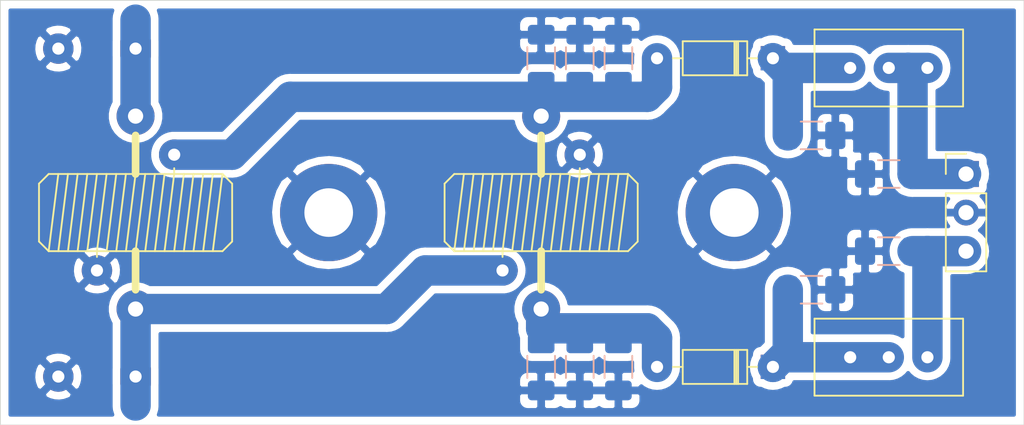
<source format=kicad_pcb>
(kicad_pcb (version 20171130) (host pcbnew "(5.1.7)-1")

  (general
    (thickness 1.6)
    (drawings 4)
    (tracks 32)
    (zones 0)
    (modules 21)
    (nets 10)
  )

  (page A4)
  (layers
    (0 F.Cu signal)
    (31 B.Cu signal)
    (32 B.Adhes user)
    (33 F.Adhes user)
    (34 B.Paste user)
    (35 F.Paste user)
    (36 B.SilkS user)
    (37 F.SilkS user)
    (38 B.Mask user)
    (39 F.Mask user)
    (40 Dwgs.User user)
    (41 Cmts.User user hide)
    (42 Eco1.User user hide)
    (43 Eco2.User user hide)
    (44 Edge.Cuts user)
    (45 Margin user hide)
    (46 B.CrtYd user hide)
    (47 F.CrtYd user)
    (48 B.Fab user hide)
    (49 F.Fab user hide)
  )

  (setup
    (last_trace_width 2)
    (user_trace_width 1)
    (user_trace_width 2)
    (trace_clearance 0.2)
    (zone_clearance 0.508)
    (zone_45_only no)
    (trace_min 0.2)
    (via_size 0.8)
    (via_drill 0.4)
    (via_min_size 0.4)
    (via_min_drill 0.3)
    (uvia_size 0.3)
    (uvia_drill 0.1)
    (uvias_allowed no)
    (uvia_min_size 0.2)
    (uvia_min_drill 0.1)
    (edge_width 0.05)
    (segment_width 0.2)
    (pcb_text_width 0.3)
    (pcb_text_size 1.5 1.5)
    (mod_edge_width 0.12)
    (mod_text_size 1 1)
    (mod_text_width 0.15)
    (pad_size 1.524 1.524)
    (pad_drill 0.762)
    (pad_to_mask_clearance 0)
    (aux_axis_origin 165.1 91.44)
    (grid_origin 165.1 91.44)
    (visible_elements FFFFFF7F)
    (pcbplotparams
      (layerselection 0x01000_ffffffff)
      (usegerberextensions false)
      (usegerberattributes true)
      (usegerberadvancedattributes true)
      (creategerberjobfile true)
      (excludeedgelayer true)
      (linewidth 0.100000)
      (plotframeref false)
      (viasonmask false)
      (mode 1)
      (useauxorigin true)
      (hpglpennumber 1)
      (hpglpenspeed 20)
      (hpglpendiameter 15.000000)
      (psnegative false)
      (psa4output false)
      (plotreference false)
      (plotvalue false)
      (plotinvisibletext false)
      (padsonsilk false)
      (subtractmaskfromsilk false)
      (outputformat 1)
      (mirror false)
      (drillshape 0)
      (scaleselection 1)
      (outputdirectory "./"))
  )

  (net 0 "")
  (net 1 "Net-(C1-Pad1)")
  (net 2 GND)
  (net 3 "Net-(C2-Pad1)")
  (net 4 "Net-(C3-Pad1)")
  (net 5 "Net-(C4-Pad1)")
  (net 6 "Net-(D1-Pad2)")
  (net 7 "Net-(D2-Pad2)")
  (net 8 "Net-(J1-Pad1)")
  (net 9 "Net-(J3-Pad1)")

  (net_class Default "This is the default net class."
    (clearance 0.2)
    (trace_width 0.25)
    (via_dia 0.8)
    (via_drill 0.4)
    (uvia_dia 0.3)
    (uvia_drill 0.1)
    (add_net GND)
    (add_net "Net-(C1-Pad1)")
    (add_net "Net-(C2-Pad1)")
    (add_net "Net-(C3-Pad1)")
    (add_net "Net-(C4-Pad1)")
    (add_net "Net-(D1-Pad2)")
    (add_net "Net-(D2-Pad2)")
    (add_net "Net-(J1-Pad1)")
    (add_net "Net-(J3-Pad1)")
  )

  (module coils:T50-43-swr (layer F.Cu) (tedit 5F79C79F) (tstamp 5F78D0D2)
    (at 200.66 77.47)
    (path /5F7F4083)
    (fp_text reference T2 (at -5.08 -3.81) (layer F.SilkS) hide
      (effects (font (size 1 1) (thickness 0.15)))
    )
    (fp_text value T50-43-SWR (at 0 -14.47) (layer F.Fab) hide
      (effects (font (size 1 1) (thickness 0.15)))
    )
    (fp_line (start 0 -2.54) (end 0 -5.08) (layer F.SilkS) (width 0.5))
    (fp_line (start -2.54 2.54) (end -2.54 2.921) (layer F.SilkS) (width 0.12))
    (fp_line (start 2.54 -2.54) (end 2.54 -2.921) (layer F.SilkS) (width 0.12))
    (fp_line (start 5.08 2.54) (end 5.715 -2.54) (layer F.SilkS) (width 0.12))
    (fp_line (start 4.445 2.54) (end 5.08 -2.54) (layer F.SilkS) (width 0.12))
    (fp_line (start 3.81 2.54) (end 4.445 -2.54) (layer F.SilkS) (width 0.12))
    (fp_line (start 3.175 2.54) (end 3.81 -2.54) (layer F.SilkS) (width 0.12))
    (fp_line (start 2.54 2.54) (end 3.175 -2.54) (layer F.SilkS) (width 0.12))
    (fp_line (start 1.905 2.54) (end 2.54 -2.54) (layer F.SilkS) (width 0.12))
    (fp_line (start 1.27 2.54) (end 1.905 -2.54) (layer F.SilkS) (width 0.12))
    (fp_line (start 0.635 2.54) (end 1.27 -2.54) (layer F.SilkS) (width 0.12))
    (fp_line (start 0 2.54) (end 0.635 -2.54) (layer F.SilkS) (width 0.12))
    (fp_line (start -0.635 2.54) (end 0 -2.54) (layer F.SilkS) (width 0.12))
    (fp_line (start -1.27 2.54) (end -0.635 -2.54) (layer F.SilkS) (width 0.12))
    (fp_line (start -1.905 2.54) (end -1.27 -2.54) (layer F.SilkS) (width 0.12))
    (fp_line (start -2.54 2.54) (end -1.905 -2.54) (layer F.SilkS) (width 0.12))
    (fp_line (start -3.175 2.54) (end -2.54 -2.54) (layer F.SilkS) (width 0.12))
    (fp_line (start -3.81 2.54) (end -3.175 -2.54) (layer F.SilkS) (width 0.12))
    (fp_line (start -4.445 2.54) (end -3.81 -2.54) (layer F.SilkS) (width 0.12))
    (fp_line (start -5.08 2.54) (end -4.445 -2.54) (layer F.SilkS) (width 0.12))
    (fp_line (start -5.715 2.54) (end -5.08 -2.54) (layer F.SilkS) (width 0.12))
    (fp_line (start 0 5.08) (end 0 2.54) (layer F.SilkS) (width 0.5))
    (fp_line (start -6.35 1.905) (end -5.715 2.54) (layer F.SilkS) (width 0.12))
    (fp_line (start 6.35 1.905) (end 5.715 2.54) (layer F.SilkS) (width 0.12))
    (fp_line (start 5.715 -2.54) (end 6.35 -1.905) (layer F.SilkS) (width 0.12))
    (fp_line (start -6.35 -1.905) (end -5.715 -2.54) (layer F.SilkS) (width 0.12))
    (fp_line (start -5.715 2.54) (end 5.715 2.54) (layer F.SilkS) (width 0.12))
    (fp_line (start 6.35 1.905) (end 6.35 -1.905) (layer F.SilkS) (width 0.12))
    (fp_line (start 5.715 -2.54) (end -5.715 -2.54) (layer F.SilkS) (width 0.12))
    (fp_line (start -6.35 -1.905) (end -6.35 1.905) (layer F.SilkS) (width 0.12))
    (pad 4 thru_hole circle (at 0 -6.35) (size 2.5 2.5) (drill 1) (layers *.Cu *.Mask)
      (net 7 "Net-(D2-Pad2)"))
    (pad 3 thru_hole circle (at 0 6.35) (size 2.5 2.5) (drill 1) (layers *.Cu *.Mask)
      (net 6 "Net-(D1-Pad2)"))
    (pad 1 thru_hole circle (at -2.54 3.81) (size 2 2) (drill 0.8) (layers *.Cu *.Mask)
      (net 8 "Net-(J1-Pad1)"))
    (pad 2 thru_hole circle (at 2.54 -3.81) (size 2 2) (drill 0.8) (layers *.Cu *.Mask)
      (net 2 GND))
  )

  (module coils:T50-43-swr (layer F.Cu) (tedit 5F79C79F) (tstamp 5F78BB7A)
    (at 173.99 77.47)
    (path /5F7D7912)
    (fp_text reference T1 (at -5.08 -3.81) (layer F.SilkS) hide
      (effects (font (size 1 1) (thickness 0.15)))
    )
    (fp_text value T50-43-SWR (at 0 -14.47) (layer F.Fab) hide
      (effects (font (size 1 1) (thickness 0.15)))
    )
    (fp_line (start 0 -2.54) (end 0 -5.08) (layer F.SilkS) (width 0.5))
    (fp_line (start -2.54 2.54) (end -2.54 2.921) (layer F.SilkS) (width 0.12))
    (fp_line (start 2.54 -2.54) (end 2.54 -2.921) (layer F.SilkS) (width 0.12))
    (fp_line (start 5.08 2.54) (end 5.715 -2.54) (layer F.SilkS) (width 0.12))
    (fp_line (start 4.445 2.54) (end 5.08 -2.54) (layer F.SilkS) (width 0.12))
    (fp_line (start 3.81 2.54) (end 4.445 -2.54) (layer F.SilkS) (width 0.12))
    (fp_line (start 3.175 2.54) (end 3.81 -2.54) (layer F.SilkS) (width 0.12))
    (fp_line (start 2.54 2.54) (end 3.175 -2.54) (layer F.SilkS) (width 0.12))
    (fp_line (start 1.905 2.54) (end 2.54 -2.54) (layer F.SilkS) (width 0.12))
    (fp_line (start 1.27 2.54) (end 1.905 -2.54) (layer F.SilkS) (width 0.12))
    (fp_line (start 0.635 2.54) (end 1.27 -2.54) (layer F.SilkS) (width 0.12))
    (fp_line (start 0 2.54) (end 0.635 -2.54) (layer F.SilkS) (width 0.12))
    (fp_line (start -0.635 2.54) (end 0 -2.54) (layer F.SilkS) (width 0.12))
    (fp_line (start -1.27 2.54) (end -0.635 -2.54) (layer F.SilkS) (width 0.12))
    (fp_line (start -1.905 2.54) (end -1.27 -2.54) (layer F.SilkS) (width 0.12))
    (fp_line (start -2.54 2.54) (end -1.905 -2.54) (layer F.SilkS) (width 0.12))
    (fp_line (start -3.175 2.54) (end -2.54 -2.54) (layer F.SilkS) (width 0.12))
    (fp_line (start -3.81 2.54) (end -3.175 -2.54) (layer F.SilkS) (width 0.12))
    (fp_line (start -4.445 2.54) (end -3.81 -2.54) (layer F.SilkS) (width 0.12))
    (fp_line (start -5.08 2.54) (end -4.445 -2.54) (layer F.SilkS) (width 0.12))
    (fp_line (start -5.715 2.54) (end -5.08 -2.54) (layer F.SilkS) (width 0.12))
    (fp_line (start 0 5.08) (end 0 2.54) (layer F.SilkS) (width 0.5))
    (fp_line (start -6.35 1.905) (end -5.715 2.54) (layer F.SilkS) (width 0.12))
    (fp_line (start 6.35 1.905) (end 5.715 2.54) (layer F.SilkS) (width 0.12))
    (fp_line (start 5.715 -2.54) (end 6.35 -1.905) (layer F.SilkS) (width 0.12))
    (fp_line (start -6.35 -1.905) (end -5.715 -2.54) (layer F.SilkS) (width 0.12))
    (fp_line (start -5.715 2.54) (end 5.715 2.54) (layer F.SilkS) (width 0.12))
    (fp_line (start 6.35 1.905) (end 6.35 -1.905) (layer F.SilkS) (width 0.12))
    (fp_line (start 5.715 -2.54) (end -5.715 -2.54) (layer F.SilkS) (width 0.12))
    (fp_line (start -6.35 -1.905) (end -6.35 1.905) (layer F.SilkS) (width 0.12))
    (pad 4 thru_hole circle (at 0 -6.35) (size 2.5 2.5) (drill 1) (layers *.Cu *.Mask)
      (net 9 "Net-(J3-Pad1)"))
    (pad 3 thru_hole circle (at 0 6.35) (size 2.5 2.5) (drill 1) (layers *.Cu *.Mask)
      (net 8 "Net-(J1-Pad1)"))
    (pad 1 thru_hole circle (at -2.54 3.81) (size 2 2) (drill 0.8) (layers *.Cu *.Mask)
      (net 2 GND))
    (pad 2 thru_hole circle (at 2.54 -3.81) (size 2 2) (drill 0.8) (layers *.Cu *.Mask)
      (net 7 "Net-(D2-Pad2)"))
  )

  (module pads:RF_Pads (layer F.Cu) (tedit 5F792156) (tstamp 5F79F215)
    (at 171.45 88.265 180)
    (path /5F784FA7)
    (fp_text reference J1 (at 0 -3.437 180) (layer F.SilkS) hide
      (effects (font (size 1 1) (thickness 0.15)))
    )
    (fp_text value Conn_Coaxial (at 0 -4.437 180) (layer F.Fab) hide
      (effects (font (size 1 1) (thickness 0.15)))
    )
    (pad 2 thru_hole circle (at 2.54 0 180) (size 2 2) (drill 0.8) (layers *.Cu *.Mask)
      (net 2 GND))
    (pad 1 thru_hole roundrect (at -2.54 0 180) (size 2 2) (drill 0.8) (layers *.Cu *.Mask) (roundrect_rratio 0.25)
      (net 8 "Net-(J1-Pad1)"))
  )

  (module pads:RF_Pads (layer F.Cu) (tedit 5F792156) (tstamp 5F7986B9)
    (at 171.45 66.675 180)
    (path /5F783952)
    (fp_text reference J3 (at 0 -3.437 180) (layer F.SilkS) hide
      (effects (font (size 1 1) (thickness 0.15)))
    )
    (fp_text value Conn_Coaxial (at 0 -4.437 180) (layer F.Fab) hide
      (effects (font (size 1 1) (thickness 0.15)))
    )
    (pad 2 thru_hole circle (at 2.54 0 180) (size 2 2) (drill 0.8) (layers *.Cu *.Mask)
      (net 2 GND))
    (pad 1 thru_hole roundrect (at -2.54 0 180) (size 2 2) (drill 0.8) (layers *.Cu *.Mask) (roundrect_rratio 0.25)
      (net 9 "Net-(J3-Pad1)"))
  )

  (module Diode_THT:D_DO-35_SOD27_P7.62mm_Horizontal (layer F.Cu) (tedit 5AE50CD5) (tstamp 5F78B9FE)
    (at 215.9 87.63 180)
    (descr "Diode, DO-35_SOD27 series, Axial, Horizontal, pin pitch=7.62mm, , length*diameter=4*2mm^2, , http://www.diodes.com/_files/packages/DO-35.pdf")
    (tags "Diode DO-35_SOD27 series Axial Horizontal pin pitch 7.62mm  length 4mm diameter 2mm")
    (path /5F78A7F5)
    (fp_text reference D1 (at 3.81 -2.12) (layer F.SilkS) hide
      (effects (font (size 1 1) (thickness 0.15)))
    )
    (fp_text value 1N5711 (at 3.81 2.12) (layer F.Fab) hide
      (effects (font (size 1 1) (thickness 0.15)))
    )
    (fp_line (start 8.67 -1.25) (end -1.05 -1.25) (layer F.CrtYd) (width 0.05))
    (fp_line (start 8.67 1.25) (end 8.67 -1.25) (layer F.CrtYd) (width 0.05))
    (fp_line (start -1.05 1.25) (end 8.67 1.25) (layer F.CrtYd) (width 0.05))
    (fp_line (start -1.05 -1.25) (end -1.05 1.25) (layer F.CrtYd) (width 0.05))
    (fp_line (start 2.29 -1.12) (end 2.29 1.12) (layer F.SilkS) (width 0.12))
    (fp_line (start 2.53 -1.12) (end 2.53 1.12) (layer F.SilkS) (width 0.12))
    (fp_line (start 2.41 -1.12) (end 2.41 1.12) (layer F.SilkS) (width 0.12))
    (fp_line (start 6.58 0) (end 5.93 0) (layer F.SilkS) (width 0.12))
    (fp_line (start 1.04 0) (end 1.69 0) (layer F.SilkS) (width 0.12))
    (fp_line (start 5.93 -1.12) (end 1.69 -1.12) (layer F.SilkS) (width 0.12))
    (fp_line (start 5.93 1.12) (end 5.93 -1.12) (layer F.SilkS) (width 0.12))
    (fp_line (start 1.69 1.12) (end 5.93 1.12) (layer F.SilkS) (width 0.12))
    (fp_line (start 1.69 -1.12) (end 1.69 1.12) (layer F.SilkS) (width 0.12))
    (fp_line (start 2.31 -1) (end 2.31 1) (layer F.Fab) (width 0.1))
    (fp_line (start 2.51 -1) (end 2.51 1) (layer F.Fab) (width 0.1))
    (fp_line (start 2.41 -1) (end 2.41 1) (layer F.Fab) (width 0.1))
    (fp_line (start 7.62 0) (end 5.81 0) (layer F.Fab) (width 0.1))
    (fp_line (start 0 0) (end 1.81 0) (layer F.Fab) (width 0.1))
    (fp_line (start 5.81 -1) (end 1.81 -1) (layer F.Fab) (width 0.1))
    (fp_line (start 5.81 1) (end 5.81 -1) (layer F.Fab) (width 0.1))
    (fp_line (start 1.81 1) (end 5.81 1) (layer F.Fab) (width 0.1))
    (fp_line (start 1.81 -1) (end 1.81 1) (layer F.Fab) (width 0.1))
    (fp_text user %R (at 4.11 0) (layer F.Fab) hide
      (effects (font (size 0.8 0.8) (thickness 0.12)))
    )
    (fp_text user K (at 0 -1.8) (layer F.Fab) hide
      (effects (font (size 1 1) (thickness 0.15)))
    )
    (fp_text user K (at 0 -1.8) (layer F.SilkS) hide
      (effects (font (size 1 1) (thickness 0.15)))
    )
    (pad 1 thru_hole rect (at 0 0 180) (size 1.6 1.6) (drill 0.8) (layers *.Cu *.Mask)
      (net 1 "Net-(C1-Pad1)"))
    (pad 2 thru_hole oval (at 7.62 0 180) (size 1.6 1.6) (drill 0.8) (layers *.Cu *.Mask)
      (net 6 "Net-(D1-Pad2)"))
    (model ${KISYS3DMOD}/Diode_THT.3dshapes/D_DO-35_SOD27_P7.62mm_Horizontal.wrl
      (at (xyz 0 0 0))
      (scale (xyz 1 1 1))
      (rotate (xyz 0 0 0))
    )
  )

  (module Diode_THT:D_DO-35_SOD27_P7.62mm_Horizontal (layer F.Cu) (tedit 5AE50CD5) (tstamp 5F78BA1D)
    (at 215.9 67.31 180)
    (descr "Diode, DO-35_SOD27 series, Axial, Horizontal, pin pitch=7.62mm, , length*diameter=4*2mm^2, , http://www.diodes.com/_files/packages/DO-35.pdf")
    (tags "Diode DO-35_SOD27 series Axial Horizontal pin pitch 7.62mm  length 4mm diameter 2mm")
    (path /5F7896EF)
    (fp_text reference D2 (at 3.81 -2.12) (layer F.SilkS) hide
      (effects (font (size 1 1) (thickness 0.15)))
    )
    (fp_text value 1N5711 (at 3.81 2.12) (layer F.Fab) hide
      (effects (font (size 1 1) (thickness 0.15)))
    )
    (fp_text user K (at 0 -1.8) (layer F.SilkS) hide
      (effects (font (size 1 1) (thickness 0.15)))
    )
    (fp_text user K (at 0 -1.8) (layer F.Fab) hide
      (effects (font (size 1 1) (thickness 0.15)))
    )
    (fp_text user %R (at 4.11 0) (layer F.Fab) hide
      (effects (font (size 0.8 0.8) (thickness 0.12)))
    )
    (fp_line (start 1.81 -1) (end 1.81 1) (layer F.Fab) (width 0.1))
    (fp_line (start 1.81 1) (end 5.81 1) (layer F.Fab) (width 0.1))
    (fp_line (start 5.81 1) (end 5.81 -1) (layer F.Fab) (width 0.1))
    (fp_line (start 5.81 -1) (end 1.81 -1) (layer F.Fab) (width 0.1))
    (fp_line (start 0 0) (end 1.81 0) (layer F.Fab) (width 0.1))
    (fp_line (start 7.62 0) (end 5.81 0) (layer F.Fab) (width 0.1))
    (fp_line (start 2.41 -1) (end 2.41 1) (layer F.Fab) (width 0.1))
    (fp_line (start 2.51 -1) (end 2.51 1) (layer F.Fab) (width 0.1))
    (fp_line (start 2.31 -1) (end 2.31 1) (layer F.Fab) (width 0.1))
    (fp_line (start 1.69 -1.12) (end 1.69 1.12) (layer F.SilkS) (width 0.12))
    (fp_line (start 1.69 1.12) (end 5.93 1.12) (layer F.SilkS) (width 0.12))
    (fp_line (start 5.93 1.12) (end 5.93 -1.12) (layer F.SilkS) (width 0.12))
    (fp_line (start 5.93 -1.12) (end 1.69 -1.12) (layer F.SilkS) (width 0.12))
    (fp_line (start 1.04 0) (end 1.69 0) (layer F.SilkS) (width 0.12))
    (fp_line (start 6.58 0) (end 5.93 0) (layer F.SilkS) (width 0.12))
    (fp_line (start 2.41 -1.12) (end 2.41 1.12) (layer F.SilkS) (width 0.12))
    (fp_line (start 2.53 -1.12) (end 2.53 1.12) (layer F.SilkS) (width 0.12))
    (fp_line (start 2.29 -1.12) (end 2.29 1.12) (layer F.SilkS) (width 0.12))
    (fp_line (start -1.05 -1.25) (end -1.05 1.25) (layer F.CrtYd) (width 0.05))
    (fp_line (start -1.05 1.25) (end 8.67 1.25) (layer F.CrtYd) (width 0.05))
    (fp_line (start 8.67 1.25) (end 8.67 -1.25) (layer F.CrtYd) (width 0.05))
    (fp_line (start 8.67 -1.25) (end -1.05 -1.25) (layer F.CrtYd) (width 0.05))
    (pad 2 thru_hole oval (at 7.62 0 180) (size 1.6 1.6) (drill 0.8) (layers *.Cu *.Mask)
      (net 7 "Net-(D2-Pad2)"))
    (pad 1 thru_hole rect (at 0 0 180) (size 1.6 1.6) (drill 0.8) (layers *.Cu *.Mask)
      (net 4 "Net-(C3-Pad1)"))
    (model ${KISYS3DMOD}/Diode_THT.3dshapes/D_DO-35_SOD27_P7.62mm_Horizontal.wrl
      (at (xyz 0 0 0))
      (scale (xyz 1 1 1))
      (rotate (xyz 0 0 0))
    )
  )

  (module Connector_PinHeader_2.54mm:PinHeader_1x03_P2.54mm_Vertical (layer F.Cu) (tedit 59FED5CC) (tstamp 5F79C368)
    (at 228.6 74.93)
    (descr "Through hole straight pin header, 1x03, 2.54mm pitch, single row")
    (tags "Through hole pin header THT 1x03 2.54mm single row")
    (path /5F79768E)
    (fp_text reference J2 (at 0 -2.33) (layer F.SilkS) hide
      (effects (font (size 1 1) (thickness 0.15)))
    )
    (fp_text value Conn_01x03 (at 0 7.41) (layer F.Fab) hide
      (effects (font (size 1 1) (thickness 0.15)))
    )
    (fp_line (start 1.8 -1.8) (end -1.8 -1.8) (layer F.CrtYd) (width 0.05))
    (fp_line (start 1.8 6.85) (end 1.8 -1.8) (layer F.CrtYd) (width 0.05))
    (fp_line (start -1.8 6.85) (end 1.8 6.85) (layer F.CrtYd) (width 0.05))
    (fp_line (start -1.8 -1.8) (end -1.8 6.85) (layer F.CrtYd) (width 0.05))
    (fp_line (start -1.33 -1.33) (end 0 -1.33) (layer F.SilkS) (width 0.12))
    (fp_line (start -1.33 0) (end -1.33 -1.33) (layer F.SilkS) (width 0.12))
    (fp_line (start -1.33 1.27) (end 1.33 1.27) (layer F.SilkS) (width 0.12))
    (fp_line (start 1.33 1.27) (end 1.33 6.41) (layer F.SilkS) (width 0.12))
    (fp_line (start -1.33 1.27) (end -1.33 6.41) (layer F.SilkS) (width 0.12))
    (fp_line (start -1.33 6.41) (end 1.33 6.41) (layer F.SilkS) (width 0.12))
    (fp_line (start -1.27 -0.635) (end -0.635 -1.27) (layer F.Fab) (width 0.1))
    (fp_line (start -1.27 6.35) (end -1.27 -0.635) (layer F.Fab) (width 0.1))
    (fp_line (start 1.27 6.35) (end -1.27 6.35) (layer F.Fab) (width 0.1))
    (fp_line (start 1.27 -1.27) (end 1.27 6.35) (layer F.Fab) (width 0.1))
    (fp_line (start -0.635 -1.27) (end 1.27 -1.27) (layer F.Fab) (width 0.1))
    (fp_text user %R (at 0 2.54 90) (layer F.Fab) hide
      (effects (font (size 1 1) (thickness 0.15)))
    )
    (pad 1 thru_hole rect (at 0 0) (size 1.7 1.7) (drill 1) (layers *.Cu *.Mask)
      (net 5 "Net-(C4-Pad1)"))
    (pad 2 thru_hole oval (at 0 2.54) (size 1.7 1.7) (drill 1) (layers *.Cu *.Mask)
      (net 2 GND))
    (pad 3 thru_hole oval (at 0 5.08) (size 1.7 1.7) (drill 1) (layers *.Cu *.Mask)
      (net 3 "Net-(C2-Pad1)"))
    (model ${KISYS3DMOD}/Connector_PinHeader_2.54mm.3dshapes/PinHeader_1x03_P2.54mm_Vertical.wrl
      (at (xyz 0 0 0))
      (scale (xyz 1 1 1))
      (rotate (xyz 0 0 0))
    )
  )

  (module Capacitor_SMD:C_1206_3216Metric_Pad1.33x1.80mm_HandSolder (layer B.Cu) (tedit 5F68FEEF) (tstamp 5F79E948)
    (at 218.44 82.55)
    (descr "Capacitor SMD 1206 (3216 Metric), square (rectangular) end terminal, IPC_7351 nominal with elongated pad for handsoldering. (Body size source: IPC-SM-782 page 76, https://www.pcb-3d.com/wordpress/wp-content/uploads/ipc-sm-782a_amendment_1_and_2.pdf), generated with kicad-footprint-generator")
    (tags "capacitor handsolder")
    (path /5F78C43A)
    (attr smd)
    (fp_text reference C1 (at 0 1.85) (layer B.SilkS) hide
      (effects (font (size 1 1) (thickness 0.15)) (justify mirror))
    )
    (fp_text value 100nF (at 0 -1.85) (layer B.Fab) hide
      (effects (font (size 1 1) (thickness 0.15)) (justify mirror))
    )
    (fp_line (start 2.48 -1.15) (end -2.48 -1.15) (layer B.CrtYd) (width 0.05))
    (fp_line (start 2.48 1.15) (end 2.48 -1.15) (layer B.CrtYd) (width 0.05))
    (fp_line (start -2.48 1.15) (end 2.48 1.15) (layer B.CrtYd) (width 0.05))
    (fp_line (start -2.48 -1.15) (end -2.48 1.15) (layer B.CrtYd) (width 0.05))
    (fp_line (start -0.711252 -0.91) (end 0.711252 -0.91) (layer B.SilkS) (width 0.12))
    (fp_line (start -0.711252 0.91) (end 0.711252 0.91) (layer B.SilkS) (width 0.12))
    (fp_line (start 1.6 -0.8) (end -1.6 -0.8) (layer B.Fab) (width 0.1))
    (fp_line (start 1.6 0.8) (end 1.6 -0.8) (layer B.Fab) (width 0.1))
    (fp_line (start -1.6 0.8) (end 1.6 0.8) (layer B.Fab) (width 0.1))
    (fp_line (start -1.6 -0.8) (end -1.6 0.8) (layer B.Fab) (width 0.1))
    (fp_text user %R (at 0 0) (layer B.Fab) hide
      (effects (font (size 0.8 0.8) (thickness 0.12)) (justify mirror))
    )
    (pad 1 smd roundrect (at -1.5625 0) (size 1.325 1.8) (layers B.Cu B.Paste B.Mask) (roundrect_rratio 0.1886784905660377)
      (net 1 "Net-(C1-Pad1)"))
    (pad 2 smd roundrect (at 1.5625 0) (size 1.325 1.8) (layers B.Cu B.Paste B.Mask) (roundrect_rratio 0.1886784905660377)
      (net 2 GND))
    (model ${KISYS3DMOD}/Capacitor_SMD.3dshapes/C_1206_3216Metric.wrl
      (at (xyz 0 0 0))
      (scale (xyz 1 1 1))
      (rotate (xyz 0 0 0))
    )
  )

  (module Capacitor_SMD:C_1206_3216Metric_Pad1.33x1.80mm_HandSolder (layer B.Cu) (tedit 5F68FEEF) (tstamp 5F79E958)
    (at 223.52 80.01 180)
    (descr "Capacitor SMD 1206 (3216 Metric), square (rectangular) end terminal, IPC_7351 nominal with elongated pad for handsoldering. (Body size source: IPC-SM-782 page 76, https://www.pcb-3d.com/wordpress/wp-content/uploads/ipc-sm-782a_amendment_1_and_2.pdf), generated with kicad-footprint-generator")
    (tags "capacitor handsolder")
    (path /5F79AC33)
    (attr smd)
    (fp_text reference C2 (at 0 1.85) (layer B.SilkS) hide
      (effects (font (size 1 1) (thickness 0.15)) (justify mirror))
    )
    (fp_text value 100nF (at 0 -1.85) (layer B.Fab) hide
      (effects (font (size 1 1) (thickness 0.15)) (justify mirror))
    )
    (fp_line (start 2.48 -1.15) (end -2.48 -1.15) (layer B.CrtYd) (width 0.05))
    (fp_line (start 2.48 1.15) (end 2.48 -1.15) (layer B.CrtYd) (width 0.05))
    (fp_line (start -2.48 1.15) (end 2.48 1.15) (layer B.CrtYd) (width 0.05))
    (fp_line (start -2.48 -1.15) (end -2.48 1.15) (layer B.CrtYd) (width 0.05))
    (fp_line (start -0.711252 -0.91) (end 0.711252 -0.91) (layer B.SilkS) (width 0.12))
    (fp_line (start -0.711252 0.91) (end 0.711252 0.91) (layer B.SilkS) (width 0.12))
    (fp_line (start 1.6 -0.8) (end -1.6 -0.8) (layer B.Fab) (width 0.1))
    (fp_line (start 1.6 0.8) (end 1.6 -0.8) (layer B.Fab) (width 0.1))
    (fp_line (start -1.6 0.8) (end 1.6 0.8) (layer B.Fab) (width 0.1))
    (fp_line (start -1.6 -0.8) (end -1.6 0.8) (layer B.Fab) (width 0.1))
    (fp_text user %R (at 0 0) (layer B.Fab) hide
      (effects (font (size 0.8 0.8) (thickness 0.12)) (justify mirror))
    )
    (pad 1 smd roundrect (at -1.5625 0 180) (size 1.325 1.8) (layers B.Cu B.Paste B.Mask) (roundrect_rratio 0.1886784905660377)
      (net 3 "Net-(C2-Pad1)"))
    (pad 2 smd roundrect (at 1.5625 0 180) (size 1.325 1.8) (layers B.Cu B.Paste B.Mask) (roundrect_rratio 0.1886784905660377)
      (net 2 GND))
    (model ${KISYS3DMOD}/Capacitor_SMD.3dshapes/C_1206_3216Metric.wrl
      (at (xyz 0 0 0))
      (scale (xyz 1 1 1))
      (rotate (xyz 0 0 0))
    )
  )

  (module Capacitor_SMD:C_1206_3216Metric_Pad1.33x1.80mm_HandSolder (layer B.Cu) (tedit 5F68FEEF) (tstamp 5F79E968)
    (at 218.44 72.39)
    (descr "Capacitor SMD 1206 (3216 Metric), square (rectangular) end terminal, IPC_7351 nominal with elongated pad for handsoldering. (Body size source: IPC-SM-782 page 76, https://www.pcb-3d.com/wordpress/wp-content/uploads/ipc-sm-782a_amendment_1_and_2.pdf), generated with kicad-footprint-generator")
    (tags "capacitor handsolder")
    (path /5F78B9C9)
    (attr smd)
    (fp_text reference C3 (at 0 1.85) (layer B.SilkS) hide
      (effects (font (size 1 1) (thickness 0.15)) (justify mirror))
    )
    (fp_text value 100nF (at 0 -1.85) (layer B.Fab) hide
      (effects (font (size 1 1) (thickness 0.15)) (justify mirror))
    )
    (fp_text user %R (at 0 0) (layer B.Fab) hide
      (effects (font (size 0.8 0.8) (thickness 0.12)) (justify mirror))
    )
    (fp_line (start -1.6 -0.8) (end -1.6 0.8) (layer B.Fab) (width 0.1))
    (fp_line (start -1.6 0.8) (end 1.6 0.8) (layer B.Fab) (width 0.1))
    (fp_line (start 1.6 0.8) (end 1.6 -0.8) (layer B.Fab) (width 0.1))
    (fp_line (start 1.6 -0.8) (end -1.6 -0.8) (layer B.Fab) (width 0.1))
    (fp_line (start -0.711252 0.91) (end 0.711252 0.91) (layer B.SilkS) (width 0.12))
    (fp_line (start -0.711252 -0.91) (end 0.711252 -0.91) (layer B.SilkS) (width 0.12))
    (fp_line (start -2.48 -1.15) (end -2.48 1.15) (layer B.CrtYd) (width 0.05))
    (fp_line (start -2.48 1.15) (end 2.48 1.15) (layer B.CrtYd) (width 0.05))
    (fp_line (start 2.48 1.15) (end 2.48 -1.15) (layer B.CrtYd) (width 0.05))
    (fp_line (start 2.48 -1.15) (end -2.48 -1.15) (layer B.CrtYd) (width 0.05))
    (pad 2 smd roundrect (at 1.5625 0) (size 1.325 1.8) (layers B.Cu B.Paste B.Mask) (roundrect_rratio 0.1886784905660377)
      (net 2 GND))
    (pad 1 smd roundrect (at -1.5625 0) (size 1.325 1.8) (layers B.Cu B.Paste B.Mask) (roundrect_rratio 0.1886784905660377)
      (net 4 "Net-(C3-Pad1)"))
    (model ${KISYS3DMOD}/Capacitor_SMD.3dshapes/C_1206_3216Metric.wrl
      (at (xyz 0 0 0))
      (scale (xyz 1 1 1))
      (rotate (xyz 0 0 0))
    )
  )

  (module Capacitor_SMD:C_1206_3216Metric_Pad1.33x1.80mm_HandSolder (layer B.Cu) (tedit 5F68FEEF) (tstamp 5F79E978)
    (at 223.52 74.93 180)
    (descr "Capacitor SMD 1206 (3216 Metric), square (rectangular) end terminal, IPC_7351 nominal with elongated pad for handsoldering. (Body size source: IPC-SM-782 page 76, https://www.pcb-3d.com/wordpress/wp-content/uploads/ipc-sm-782a_amendment_1_and_2.pdf), generated with kicad-footprint-generator")
    (tags "capacitor handsolder")
    (path /5F79BF7E)
    (attr smd)
    (fp_text reference C4 (at 0 1.85) (layer B.SilkS) hide
      (effects (font (size 1 1) (thickness 0.15)) (justify mirror))
    )
    (fp_text value 100nF (at 0 -1.85) (layer B.Fab) hide
      (effects (font (size 1 1) (thickness 0.15)) (justify mirror))
    )
    (fp_text user %R (at 0 0) (layer B.Fab) hide
      (effects (font (size 0.8 0.8) (thickness 0.12)) (justify mirror))
    )
    (fp_line (start -1.6 -0.8) (end -1.6 0.8) (layer B.Fab) (width 0.1))
    (fp_line (start -1.6 0.8) (end 1.6 0.8) (layer B.Fab) (width 0.1))
    (fp_line (start 1.6 0.8) (end 1.6 -0.8) (layer B.Fab) (width 0.1))
    (fp_line (start 1.6 -0.8) (end -1.6 -0.8) (layer B.Fab) (width 0.1))
    (fp_line (start -0.711252 0.91) (end 0.711252 0.91) (layer B.SilkS) (width 0.12))
    (fp_line (start -0.711252 -0.91) (end 0.711252 -0.91) (layer B.SilkS) (width 0.12))
    (fp_line (start -2.48 -1.15) (end -2.48 1.15) (layer B.CrtYd) (width 0.05))
    (fp_line (start -2.48 1.15) (end 2.48 1.15) (layer B.CrtYd) (width 0.05))
    (fp_line (start 2.48 1.15) (end 2.48 -1.15) (layer B.CrtYd) (width 0.05))
    (fp_line (start 2.48 -1.15) (end -2.48 -1.15) (layer B.CrtYd) (width 0.05))
    (pad 2 smd roundrect (at 1.5625 0 180) (size 1.325 1.8) (layers B.Cu B.Paste B.Mask) (roundrect_rratio 0.1886784905660377)
      (net 2 GND))
    (pad 1 smd roundrect (at -1.5625 0 180) (size 1.325 1.8) (layers B.Cu B.Paste B.Mask) (roundrect_rratio 0.1886784905660377)
      (net 5 "Net-(C4-Pad1)"))
    (model ${KISYS3DMOD}/Capacitor_SMD.3dshapes/C_1206_3216Metric.wrl
      (at (xyz 0 0 0))
      (scale (xyz 1 1 1))
      (rotate (xyz 0 0 0))
    )
  )

  (module MountingHole:MountingHole_3.2mm_M3_Pad (layer F.Cu) (tedit 56D1B4CB) (tstamp 5F79EC8C)
    (at 213.36 77.47)
    (descr "Mounting Hole 3.2mm, M3")
    (tags "mounting hole 3.2mm m3")
    (path /5F8F2400)
    (attr virtual)
    (fp_text reference H1 (at 0 -4.2) (layer F.SilkS) hide
      (effects (font (size 1 1) (thickness 0.15)))
    )
    (fp_text value MountingHole_Pad (at 0 4.2) (layer F.Fab) hide
      (effects (font (size 1 1) (thickness 0.15)))
    )
    (fp_circle (center 0 0) (end 3.45 0) (layer F.CrtYd) (width 0.05))
    (fp_circle (center 0 0) (end 3.2 0) (layer Cmts.User) (width 0.15))
    (fp_text user %R (at 0.3 0) (layer F.Fab) hide
      (effects (font (size 1 1) (thickness 0.15)))
    )
    (pad 1 thru_hole circle (at 0 0) (size 6.4 6.4) (drill 3.2) (layers *.Cu *.Mask)
      (net 2 GND))
  )

  (module MountingHole:MountingHole_3.2mm_M3_Pad (layer F.Cu) (tedit 56D1B4CB) (tstamp 5F79EC94)
    (at 186.69 77.47)
    (descr "Mounting Hole 3.2mm, M3")
    (tags "mounting hole 3.2mm m3")
    (path /5F8F2A18)
    (attr virtual)
    (fp_text reference H2 (at 0 -4.2) (layer F.SilkS) hide
      (effects (font (size 1 1) (thickness 0.15)))
    )
    (fp_text value MountingHole_Pad (at 0 4.2) (layer F.Fab) hide
      (effects (font (size 1 1) (thickness 0.15)))
    )
    (fp_text user %R (at 0.3 0) (layer F.Fab) hide
      (effects (font (size 1 1) (thickness 0.15)))
    )
    (fp_circle (center 0 0) (end 3.2 0) (layer Cmts.User) (width 0.15))
    (fp_circle (center 0 0) (end 3.45 0) (layer F.CrtYd) (width 0.05))
    (pad 1 thru_hole circle (at 0 0) (size 6.4 6.4) (drill 3.2) (layers *.Cu *.Mask)
      (net 2 GND))
  )

  (module Potentiometer_THT:Potentiometer_Bourns_3296W_Vertical (layer F.Cu) (tedit 5A3D4994) (tstamp 5F7A1AD1)
    (at 220.98 86.995 180)
    (descr "Potentiometer, vertical, Bourns 3296W, https://www.bourns.com/pdfs/3296.pdf")
    (tags "Potentiometer vertical Bourns 3296W")
    (path /5F792AAD)
    (fp_text reference RV1 (at -2.54 -3.66) (layer F.SilkS) hide
      (effects (font (size 1 1) (thickness 0.15)))
    )
    (fp_text value R_POT (at -2.54 3.67) (layer F.Fab) hide
      (effects (font (size 1 1) (thickness 0.15)))
    )
    (fp_text user %R (at -3.175 0.005) (layer F.Fab) hide
      (effects (font (size 1 1) (thickness 0.15)))
    )
    (fp_circle (center 0.955 1.15) (end 2.05 1.15) (layer F.Fab) (width 0.1))
    (fp_line (start -7.305 -2.41) (end -7.305 2.42) (layer F.Fab) (width 0.1))
    (fp_line (start -7.305 2.42) (end 2.225 2.42) (layer F.Fab) (width 0.1))
    (fp_line (start 2.225 2.42) (end 2.225 -2.41) (layer F.Fab) (width 0.1))
    (fp_line (start 2.225 -2.41) (end -7.305 -2.41) (layer F.Fab) (width 0.1))
    (fp_line (start 0.955 2.235) (end 0.956 0.066) (layer F.Fab) (width 0.1))
    (fp_line (start 0.955 2.235) (end 0.956 0.066) (layer F.Fab) (width 0.1))
    (fp_line (start -7.425 -2.53) (end 2.345 -2.53) (layer F.SilkS) (width 0.12))
    (fp_line (start -7.425 2.54) (end 2.345 2.54) (layer F.SilkS) (width 0.12))
    (fp_line (start -7.425 -2.53) (end -7.425 2.54) (layer F.SilkS) (width 0.12))
    (fp_line (start 2.345 -2.53) (end 2.345 2.54) (layer F.SilkS) (width 0.12))
    (fp_line (start -7.6 -2.7) (end -7.6 2.7) (layer F.CrtYd) (width 0.05))
    (fp_line (start -7.6 2.7) (end 2.5 2.7) (layer F.CrtYd) (width 0.05))
    (fp_line (start 2.5 2.7) (end 2.5 -2.7) (layer F.CrtYd) (width 0.05))
    (fp_line (start 2.5 -2.7) (end -7.6 -2.7) (layer F.CrtYd) (width 0.05))
    (pad 3 thru_hole circle (at -5.08 0 180) (size 1.44 1.44) (drill 0.8) (layers *.Cu *.Mask)
      (net 3 "Net-(C2-Pad1)"))
    (pad 2 thru_hole circle (at -2.54 0 180) (size 1.44 1.44) (drill 0.8) (layers *.Cu *.Mask)
      (net 1 "Net-(C1-Pad1)"))
    (pad 1 thru_hole circle (at 0 0 180) (size 1.44 1.44) (drill 0.8) (layers *.Cu *.Mask)
      (net 1 "Net-(C1-Pad1)"))
    (model ${KISYS3DMOD}/Potentiometer_THT.3dshapes/Potentiometer_Bourns_3296W_Vertical.wrl
      (at (xyz 0 0 0))
      (scale (xyz 1 1 1))
      (rotate (xyz 0 0 0))
    )
  )

  (module Potentiometer_THT:Potentiometer_Bourns_3296W_Vertical (layer F.Cu) (tedit 5A3D4994) (tstamp 5F7A1AE7)
    (at 226.06 67.945)
    (descr "Potentiometer, vertical, Bourns 3296W, https://www.bourns.com/pdfs/3296.pdf")
    (tags "Potentiometer vertical Bourns 3296W")
    (path /5F7934F5)
    (fp_text reference RV2 (at -2.54 -3.66) (layer F.SilkS) hide
      (effects (font (size 1 1) (thickness 0.15)))
    )
    (fp_text value R_POT (at -2.54 3.67) (layer F.Fab) hide
      (effects (font (size 1 1) (thickness 0.15)))
    )
    (fp_line (start 2.5 -2.7) (end -7.6 -2.7) (layer F.CrtYd) (width 0.05))
    (fp_line (start 2.5 2.7) (end 2.5 -2.7) (layer F.CrtYd) (width 0.05))
    (fp_line (start -7.6 2.7) (end 2.5 2.7) (layer F.CrtYd) (width 0.05))
    (fp_line (start -7.6 -2.7) (end -7.6 2.7) (layer F.CrtYd) (width 0.05))
    (fp_line (start 2.345 -2.53) (end 2.345 2.54) (layer F.SilkS) (width 0.12))
    (fp_line (start -7.425 -2.53) (end -7.425 2.54) (layer F.SilkS) (width 0.12))
    (fp_line (start -7.425 2.54) (end 2.345 2.54) (layer F.SilkS) (width 0.12))
    (fp_line (start -7.425 -2.53) (end 2.345 -2.53) (layer F.SilkS) (width 0.12))
    (fp_line (start 0.955 2.235) (end 0.956 0.066) (layer F.Fab) (width 0.1))
    (fp_line (start 0.955 2.235) (end 0.956 0.066) (layer F.Fab) (width 0.1))
    (fp_line (start 2.225 -2.41) (end -7.305 -2.41) (layer F.Fab) (width 0.1))
    (fp_line (start 2.225 2.42) (end 2.225 -2.41) (layer F.Fab) (width 0.1))
    (fp_line (start -7.305 2.42) (end 2.225 2.42) (layer F.Fab) (width 0.1))
    (fp_line (start -7.305 -2.41) (end -7.305 2.42) (layer F.Fab) (width 0.1))
    (fp_circle (center 0.955 1.15) (end 2.05 1.15) (layer F.Fab) (width 0.1))
    (fp_text user %R (at -3.175 0.005) (layer F.Fab) hide
      (effects (font (size 1 1) (thickness 0.15)))
    )
    (pad 1 thru_hole circle (at 0 0) (size 1.44 1.44) (drill 0.8) (layers *.Cu *.Mask)
      (net 5 "Net-(C4-Pad1)"))
    (pad 2 thru_hole circle (at -2.54 0) (size 1.44 1.44) (drill 0.8) (layers *.Cu *.Mask)
      (net 5 "Net-(C4-Pad1)"))
    (pad 3 thru_hole circle (at -5.08 0) (size 1.44 1.44) (drill 0.8) (layers *.Cu *.Mask)
      (net 4 "Net-(C3-Pad1)"))
    (model ${KISYS3DMOD}/Potentiometer_THT.3dshapes/Potentiometer_Bourns_3296W_Vertical.wrl
      (at (xyz 0 0 0))
      (scale (xyz 1 1 1))
      (rotate (xyz 0 0 0))
    )
  )

  (module Resistor_SMD:R_1206_3216Metric_Pad1.30x1.75mm_HandSolder (layer B.Cu) (tedit 5F68FEEE) (tstamp 5F7A221C)
    (at 200.66 87.63 270)
    (descr "Resistor SMD 1206 (3216 Metric), square (rectangular) end terminal, IPC_7351 nominal with elongated pad for handsoldering. (Body size source: IPC-SM-782 page 72, https://www.pcb-3d.com/wordpress/wp-content/uploads/ipc-sm-782a_amendment_1_and_2.pdf), generated with kicad-footprint-generator")
    (tags "resistor handsolder")
    (path /5F7A709D)
    (attr smd)
    (fp_text reference R1 (at 0 1.82 90) (layer B.SilkS) hide
      (effects (font (size 1 1) (thickness 0.15)) (justify mirror))
    )
    (fp_text value 150 (at 0 -1.82 90) (layer B.Fab) hide
      (effects (font (size 1 1) (thickness 0.15)) (justify mirror))
    )
    (fp_text user %R (at 0 0 90) (layer B.Fab) hide
      (effects (font (size 0.8 0.8) (thickness 0.12)) (justify mirror))
    )
    (fp_line (start -1.6 -0.8) (end -1.6 0.8) (layer B.Fab) (width 0.1))
    (fp_line (start -1.6 0.8) (end 1.6 0.8) (layer B.Fab) (width 0.1))
    (fp_line (start 1.6 0.8) (end 1.6 -0.8) (layer B.Fab) (width 0.1))
    (fp_line (start 1.6 -0.8) (end -1.6 -0.8) (layer B.Fab) (width 0.1))
    (fp_line (start -0.727064 0.91) (end 0.727064 0.91) (layer B.SilkS) (width 0.12))
    (fp_line (start -0.727064 -0.91) (end 0.727064 -0.91) (layer B.SilkS) (width 0.12))
    (fp_line (start -2.45 -1.12) (end -2.45 1.12) (layer B.CrtYd) (width 0.05))
    (fp_line (start -2.45 1.12) (end 2.45 1.12) (layer B.CrtYd) (width 0.05))
    (fp_line (start 2.45 1.12) (end 2.45 -1.12) (layer B.CrtYd) (width 0.05))
    (fp_line (start 2.45 -1.12) (end -2.45 -1.12) (layer B.CrtYd) (width 0.05))
    (pad 2 smd roundrect (at 1.55 0 270) (size 1.3 1.75) (layers B.Cu B.Paste B.Mask) (roundrect_rratio 0.1923076923076923)
      (net 2 GND))
    (pad 1 smd roundrect (at -1.55 0 270) (size 1.3 1.75) (layers B.Cu B.Paste B.Mask) (roundrect_rratio 0.1923076923076923)
      (net 6 "Net-(D1-Pad2)"))
    (model ${KISYS3DMOD}/Resistor_SMD.3dshapes/R_1206_3216Metric.wrl
      (at (xyz 0 0 0))
      (scale (xyz 1 1 1))
      (rotate (xyz 0 0 0))
    )
  )

  (module Resistor_SMD:R_1206_3216Metric_Pad1.30x1.75mm_HandSolder (layer B.Cu) (tedit 5F68FEEE) (tstamp 5F7A222C)
    (at 203.2 87.63 270)
    (descr "Resistor SMD 1206 (3216 Metric), square (rectangular) end terminal, IPC_7351 nominal with elongated pad for handsoldering. (Body size source: IPC-SM-782 page 72, https://www.pcb-3d.com/wordpress/wp-content/uploads/ipc-sm-782a_amendment_1_and_2.pdf), generated with kicad-footprint-generator")
    (tags "resistor handsolder")
    (path /5F7A6EF4)
    (attr smd)
    (fp_text reference R2 (at 0 1.82 90) (layer B.SilkS) hide
      (effects (font (size 1 1) (thickness 0.15)) (justify mirror))
    )
    (fp_text value 150 (at 0 -1.82 90) (layer B.Fab) hide
      (effects (font (size 1 1) (thickness 0.15)) (justify mirror))
    )
    (fp_line (start 2.45 -1.12) (end -2.45 -1.12) (layer B.CrtYd) (width 0.05))
    (fp_line (start 2.45 1.12) (end 2.45 -1.12) (layer B.CrtYd) (width 0.05))
    (fp_line (start -2.45 1.12) (end 2.45 1.12) (layer B.CrtYd) (width 0.05))
    (fp_line (start -2.45 -1.12) (end -2.45 1.12) (layer B.CrtYd) (width 0.05))
    (fp_line (start -0.727064 -0.91) (end 0.727064 -0.91) (layer B.SilkS) (width 0.12))
    (fp_line (start -0.727064 0.91) (end 0.727064 0.91) (layer B.SilkS) (width 0.12))
    (fp_line (start 1.6 -0.8) (end -1.6 -0.8) (layer B.Fab) (width 0.1))
    (fp_line (start 1.6 0.8) (end 1.6 -0.8) (layer B.Fab) (width 0.1))
    (fp_line (start -1.6 0.8) (end 1.6 0.8) (layer B.Fab) (width 0.1))
    (fp_line (start -1.6 -0.8) (end -1.6 0.8) (layer B.Fab) (width 0.1))
    (fp_text user %R (at 0 0 90) (layer B.Fab) hide
      (effects (font (size 0.8 0.8) (thickness 0.12)) (justify mirror))
    )
    (pad 1 smd roundrect (at -1.55 0 270) (size 1.3 1.75) (layers B.Cu B.Paste B.Mask) (roundrect_rratio 0.1923076923076923)
      (net 6 "Net-(D1-Pad2)"))
    (pad 2 smd roundrect (at 1.55 0 270) (size 1.3 1.75) (layers B.Cu B.Paste B.Mask) (roundrect_rratio 0.1923076923076923)
      (net 2 GND))
    (model ${KISYS3DMOD}/Resistor_SMD.3dshapes/R_1206_3216Metric.wrl
      (at (xyz 0 0 0))
      (scale (xyz 1 1 1))
      (rotate (xyz 0 0 0))
    )
  )

  (module Resistor_SMD:R_1206_3216Metric_Pad1.30x1.75mm_HandSolder (layer B.Cu) (tedit 5F68FEEE) (tstamp 5F7A223C)
    (at 205.74 87.63 270)
    (descr "Resistor SMD 1206 (3216 Metric), square (rectangular) end terminal, IPC_7351 nominal with elongated pad for handsoldering. (Body size source: IPC-SM-782 page 72, https://www.pcb-3d.com/wordpress/wp-content/uploads/ipc-sm-782a_amendment_1_and_2.pdf), generated with kicad-footprint-generator")
    (tags "resistor handsolder")
    (path /5F7A6D36)
    (attr smd)
    (fp_text reference R3 (at 0 1.82 90) (layer B.SilkS) hide
      (effects (font (size 1 1) (thickness 0.15)) (justify mirror))
    )
    (fp_text value 150 (at 0 -1.82 90) (layer B.Fab) hide
      (effects (font (size 1 1) (thickness 0.15)) (justify mirror))
    )
    (fp_text user %R (at 0 0 90) (layer B.Fab) hide
      (effects (font (size 0.8 0.8) (thickness 0.12)) (justify mirror))
    )
    (fp_line (start -1.6 -0.8) (end -1.6 0.8) (layer B.Fab) (width 0.1))
    (fp_line (start -1.6 0.8) (end 1.6 0.8) (layer B.Fab) (width 0.1))
    (fp_line (start 1.6 0.8) (end 1.6 -0.8) (layer B.Fab) (width 0.1))
    (fp_line (start 1.6 -0.8) (end -1.6 -0.8) (layer B.Fab) (width 0.1))
    (fp_line (start -0.727064 0.91) (end 0.727064 0.91) (layer B.SilkS) (width 0.12))
    (fp_line (start -0.727064 -0.91) (end 0.727064 -0.91) (layer B.SilkS) (width 0.12))
    (fp_line (start -2.45 -1.12) (end -2.45 1.12) (layer B.CrtYd) (width 0.05))
    (fp_line (start -2.45 1.12) (end 2.45 1.12) (layer B.CrtYd) (width 0.05))
    (fp_line (start 2.45 1.12) (end 2.45 -1.12) (layer B.CrtYd) (width 0.05))
    (fp_line (start 2.45 -1.12) (end -2.45 -1.12) (layer B.CrtYd) (width 0.05))
    (pad 2 smd roundrect (at 1.55 0 270) (size 1.3 1.75) (layers B.Cu B.Paste B.Mask) (roundrect_rratio 0.1923076923076923)
      (net 2 GND))
    (pad 1 smd roundrect (at -1.55 0 270) (size 1.3 1.75) (layers B.Cu B.Paste B.Mask) (roundrect_rratio 0.1923076923076923)
      (net 6 "Net-(D1-Pad2)"))
    (model ${KISYS3DMOD}/Resistor_SMD.3dshapes/R_1206_3216Metric.wrl
      (at (xyz 0 0 0))
      (scale (xyz 1 1 1))
      (rotate (xyz 0 0 0))
    )
  )

  (module Resistor_SMD:R_1206_3216Metric_Pad1.30x1.75mm_HandSolder (layer B.Cu) (tedit 5F68FEEE) (tstamp 5F7A228C)
    (at 200.66 67.31 90)
    (descr "Resistor SMD 1206 (3216 Metric), square (rectangular) end terminal, IPC_7351 nominal with elongated pad for handsoldering. (Body size source: IPC-SM-782 page 72, https://www.pcb-3d.com/wordpress/wp-content/uploads/ipc-sm-782a_amendment_1_and_2.pdf), generated with kicad-footprint-generator")
    (tags "resistor handsolder")
    (path /5F7B6592)
    (attr smd)
    (fp_text reference R4 (at 0 1.82 90) (layer B.SilkS) hide
      (effects (font (size 1 1) (thickness 0.15)) (justify mirror))
    )
    (fp_text value 150 (at 0 -1.82 90) (layer B.Fab) hide
      (effects (font (size 1 1) (thickness 0.15)) (justify mirror))
    )
    (fp_text user %R (at 0 0 90) (layer B.Fab) hide
      (effects (font (size 0.8 0.8) (thickness 0.12)) (justify mirror))
    )
    (fp_line (start -1.6 -0.8) (end -1.6 0.8) (layer B.Fab) (width 0.1))
    (fp_line (start -1.6 0.8) (end 1.6 0.8) (layer B.Fab) (width 0.1))
    (fp_line (start 1.6 0.8) (end 1.6 -0.8) (layer B.Fab) (width 0.1))
    (fp_line (start 1.6 -0.8) (end -1.6 -0.8) (layer B.Fab) (width 0.1))
    (fp_line (start -0.727064 0.91) (end 0.727064 0.91) (layer B.SilkS) (width 0.12))
    (fp_line (start -0.727064 -0.91) (end 0.727064 -0.91) (layer B.SilkS) (width 0.12))
    (fp_line (start -2.45 -1.12) (end -2.45 1.12) (layer B.CrtYd) (width 0.05))
    (fp_line (start -2.45 1.12) (end 2.45 1.12) (layer B.CrtYd) (width 0.05))
    (fp_line (start 2.45 1.12) (end 2.45 -1.12) (layer B.CrtYd) (width 0.05))
    (fp_line (start 2.45 -1.12) (end -2.45 -1.12) (layer B.CrtYd) (width 0.05))
    (pad 2 smd roundrect (at 1.55 0 90) (size 1.3 1.75) (layers B.Cu B.Paste B.Mask) (roundrect_rratio 0.1923076923076923)
      (net 2 GND))
    (pad 1 smd roundrect (at -1.55 0 90) (size 1.3 1.75) (layers B.Cu B.Paste B.Mask) (roundrect_rratio 0.1923076923076923)
      (net 7 "Net-(D2-Pad2)"))
    (model ${KISYS3DMOD}/Resistor_SMD.3dshapes/R_1206_3216Metric.wrl
      (at (xyz 0 0 0))
      (scale (xyz 1 1 1))
      (rotate (xyz 0 0 0))
    )
  )

  (module Resistor_SMD:R_1206_3216Metric_Pad1.30x1.75mm_HandSolder (layer B.Cu) (tedit 5F68FEEE) (tstamp 5F7A229C)
    (at 203.2 67.31 90)
    (descr "Resistor SMD 1206 (3216 Metric), square (rectangular) end terminal, IPC_7351 nominal with elongated pad for handsoldering. (Body size source: IPC-SM-782 page 72, https://www.pcb-3d.com/wordpress/wp-content/uploads/ipc-sm-782a_amendment_1_and_2.pdf), generated with kicad-footprint-generator")
    (tags "resistor handsolder")
    (path /5F7B6736)
    (attr smd)
    (fp_text reference R5 (at 0 1.82 90) (layer B.SilkS) hide
      (effects (font (size 1 1) (thickness 0.15)) (justify mirror))
    )
    (fp_text value 150 (at 0 -1.82 90) (layer B.Fab) hide
      (effects (font (size 1 1) (thickness 0.15)) (justify mirror))
    )
    (fp_line (start 2.45 -1.12) (end -2.45 -1.12) (layer B.CrtYd) (width 0.05))
    (fp_line (start 2.45 1.12) (end 2.45 -1.12) (layer B.CrtYd) (width 0.05))
    (fp_line (start -2.45 1.12) (end 2.45 1.12) (layer B.CrtYd) (width 0.05))
    (fp_line (start -2.45 -1.12) (end -2.45 1.12) (layer B.CrtYd) (width 0.05))
    (fp_line (start -0.727064 -0.91) (end 0.727064 -0.91) (layer B.SilkS) (width 0.12))
    (fp_line (start -0.727064 0.91) (end 0.727064 0.91) (layer B.SilkS) (width 0.12))
    (fp_line (start 1.6 -0.8) (end -1.6 -0.8) (layer B.Fab) (width 0.1))
    (fp_line (start 1.6 0.8) (end 1.6 -0.8) (layer B.Fab) (width 0.1))
    (fp_line (start -1.6 0.8) (end 1.6 0.8) (layer B.Fab) (width 0.1))
    (fp_line (start -1.6 -0.8) (end -1.6 0.8) (layer B.Fab) (width 0.1))
    (fp_text user %R (at 0 0 90) (layer B.Fab) hide
      (effects (font (size 0.8 0.8) (thickness 0.12)) (justify mirror))
    )
    (pad 1 smd roundrect (at -1.55 0 90) (size 1.3 1.75) (layers B.Cu B.Paste B.Mask) (roundrect_rratio 0.1923076923076923)
      (net 7 "Net-(D2-Pad2)"))
    (pad 2 smd roundrect (at 1.55 0 90) (size 1.3 1.75) (layers B.Cu B.Paste B.Mask) (roundrect_rratio 0.1923076923076923)
      (net 2 GND))
    (model ${KISYS3DMOD}/Resistor_SMD.3dshapes/R_1206_3216Metric.wrl
      (at (xyz 0 0 0))
      (scale (xyz 1 1 1))
      (rotate (xyz 0 0 0))
    )
  )

  (module Resistor_SMD:R_1206_3216Metric_Pad1.30x1.75mm_HandSolder (layer B.Cu) (tedit 5F68FEEE) (tstamp 5F7A22AC)
    (at 205.74 67.31 90)
    (descr "Resistor SMD 1206 (3216 Metric), square (rectangular) end terminal, IPC_7351 nominal with elongated pad for handsoldering. (Body size source: IPC-SM-782 page 72, https://www.pcb-3d.com/wordpress/wp-content/uploads/ipc-sm-782a_amendment_1_and_2.pdf), generated with kicad-footprint-generator")
    (tags "resistor handsolder")
    (path /5F7B68C5)
    (attr smd)
    (fp_text reference R6 (at 0 1.82 90) (layer B.SilkS) hide
      (effects (font (size 1 1) (thickness 0.15)) (justify mirror))
    )
    (fp_text value 150 (at 0 -1.82 90) (layer B.Fab) hide
      (effects (font (size 1 1) (thickness 0.15)) (justify mirror))
    )
    (fp_text user %R (at 0 0 90) (layer B.Fab) hide
      (effects (font (size 0.8 0.8) (thickness 0.12)) (justify mirror))
    )
    (fp_line (start -1.6 -0.8) (end -1.6 0.8) (layer B.Fab) (width 0.1))
    (fp_line (start -1.6 0.8) (end 1.6 0.8) (layer B.Fab) (width 0.1))
    (fp_line (start 1.6 0.8) (end 1.6 -0.8) (layer B.Fab) (width 0.1))
    (fp_line (start 1.6 -0.8) (end -1.6 -0.8) (layer B.Fab) (width 0.1))
    (fp_line (start -0.727064 0.91) (end 0.727064 0.91) (layer B.SilkS) (width 0.12))
    (fp_line (start -0.727064 -0.91) (end 0.727064 -0.91) (layer B.SilkS) (width 0.12))
    (fp_line (start -2.45 -1.12) (end -2.45 1.12) (layer B.CrtYd) (width 0.05))
    (fp_line (start -2.45 1.12) (end 2.45 1.12) (layer B.CrtYd) (width 0.05))
    (fp_line (start 2.45 1.12) (end 2.45 -1.12) (layer B.CrtYd) (width 0.05))
    (fp_line (start 2.45 -1.12) (end -2.45 -1.12) (layer B.CrtYd) (width 0.05))
    (pad 2 smd roundrect (at 1.55 0 90) (size 1.3 1.75) (layers B.Cu B.Paste B.Mask) (roundrect_rratio 0.1923076923076923)
      (net 2 GND))
    (pad 1 smd roundrect (at -1.55 0 90) (size 1.3 1.75) (layers B.Cu B.Paste B.Mask) (roundrect_rratio 0.1923076923076923)
      (net 7 "Net-(D2-Pad2)"))
    (model ${KISYS3DMOD}/Resistor_SMD.3dshapes/R_1206_3216Metric.wrl
      (at (xyz 0 0 0))
      (scale (xyz 1 1 1))
      (rotate (xyz 0 0 0))
    )
  )

  (gr_line (start 165.1 91.44) (end 165.1 63.5) (layer Edge.Cuts) (width 0.05) (tstamp 5F79280E))
  (gr_line (start 232.41 91.44) (end 165.1 91.44) (layer Edge.Cuts) (width 0.05) (tstamp 5F79E3FF))
  (gr_line (start 232.41 63.5) (end 232.41 91.44) (layer Edge.Cuts) (width 0.05) (tstamp 5F79E3F9))
  (gr_line (start 165.1 63.5) (end 232.41 63.5) (layer Edge.Cuts) (width 0.05) (tstamp 5F79E3FC))

  (segment (start 216.8775 86.6525) (end 215.9 87.63) (width 2) (layer B.Cu) (net 1) (status 20))
  (segment (start 216.8775 82.55) (end 216.8775 86.6525) (width 2) (layer B.Cu) (net 1) (status 10))
  (segment (start 216.535 86.995) (end 215.9 87.63) (width 2) (layer B.Cu) (net 1))
  (segment (start 223.52 86.995) (end 216.535 86.995) (width 2) (layer B.Cu) (net 1))
  (segment (start 226.06 80.01) (end 228.6 80.01) (width 2) (layer B.Cu) (net 3) (status 20))
  (segment (start 225.0825 80.01) (end 226.06 80.01) (width 2) (layer B.Cu) (net 3) (status 10))
  (segment (start 226.06 86.995) (end 226.06 80.01) (width 2) (layer B.Cu) (net 3))
  (segment (start 216.8775 68.2875) (end 215.9 67.31) (width 2) (layer B.Cu) (net 4) (status 20))
  (segment (start 216.8775 72.39) (end 216.8775 68.2875) (width 2) (layer B.Cu) (net 4) (status 10))
  (segment (start 216.535 67.945) (end 215.9 67.31) (width 2) (layer B.Cu) (net 4) (status 30))
  (segment (start 220.98 67.945) (end 216.535 67.945) (width 2) (layer B.Cu) (net 4) (status 30))
  (segment (start 225.0825 74.93) (end 228.6 74.93) (width 2) (layer B.Cu) (net 5) (status 30))
  (segment (start 225.0825 68.2375) (end 224.79 67.945) (width 2) (layer B.Cu) (net 5))
  (segment (start 225.0825 74.93) (end 225.0825 68.2375) (width 2) (layer B.Cu) (net 5) (status 10))
  (segment (start 224.79 67.945) (end 226.06 67.945) (width 2) (layer B.Cu) (net 5) (status 20))
  (segment (start 223.52 67.945) (end 224.79 67.945) (width 2) (layer B.Cu) (net 5) (status 10))
  (segment (start 208.28 87.63) (end 208.28 85.725) (width 2) (layer B.Cu) (net 6) (status 10))
  (segment (start 208.28 85.725) (end 207.645 85.09) (width 2) (layer B.Cu) (net 6))
  (segment (start 200.66 83.82) (end 200.66 85.09) (width 2) (layer B.Cu) (net 6) (status 10))
  (segment (start 207.645 85.09) (end 200.66 85.09) (width 2) (layer B.Cu) (net 6))
  (segment (start 208.28 69.215) (end 208.28 67.31) (width 2) (layer B.Cu) (net 7) (status 20))
  (segment (start 207.645 69.85) (end 208.28 69.215) (width 2) (layer B.Cu) (net 7))
  (segment (start 200.66 71.12) (end 200.66 69.85) (width 2) (layer B.Cu) (net 7) (status 10))
  (segment (start 200.66 69.85) (end 207.645 69.85) (width 2) (layer B.Cu) (net 7))
  (segment (start 184.15 69.85) (end 200.66 69.85) (width 2) (layer B.Cu) (net 7))
  (segment (start 180.34 73.66) (end 184.15 69.85) (width 2) (layer B.Cu) (net 7))
  (segment (start 176.53 73.66) (end 180.34 73.66) (width 2) (layer B.Cu) (net 7) (status 10))
  (segment (start 173.99 90.17) (end 173.99 83.82) (width 2) (layer B.Cu) (net 8) (status 20))
  (segment (start 190.5 83.82) (end 193.04 81.28) (width 2) (layer B.Cu) (net 8))
  (segment (start 193.04 81.28) (end 198.12 81.28) (width 2) (layer B.Cu) (net 8) (status 20))
  (segment (start 173.99 83.82) (end 190.5 83.82) (width 2) (layer B.Cu) (net 8) (status 10))
  (segment (start 173.99 71.12) (end 173.99 64.77) (width 2) (layer B.Cu) (net 9) (status 10))

  (zone (net 2) (net_name GND) (layer B.Cu) (tstamp 5F7A2652) (hatch edge 0.508)
    (connect_pads (clearance 0.508))
    (min_thickness 0.254)
    (fill yes (arc_segments 32) (thermal_gap 0.508) (thermal_bridge_width 0.508))
    (polygon
      (pts
        (xy 232.41 91.44) (xy 165.1 91.44) (xy 165.1 63.5) (xy 232.41 63.5)
      )
    )
    (filled_polygon
      (pts
        (xy 172.378658 64.449484) (xy 172.355001 64.689678) (xy 172.355001 66.143802) (xy 172.351928 66.175) (xy 172.351928 67.175)
        (xy 172.355001 67.206196) (xy 172.355 70.174039) (xy 172.319534 70.227118) (xy 172.177439 70.570166) (xy 172.105 70.934344)
        (xy 172.105 71.305656) (xy 172.177439 71.669834) (xy 172.319534 72.012882) (xy 172.525825 72.321618) (xy 172.788382 72.584175)
        (xy 173.097118 72.790466) (xy 173.440166 72.932561) (xy 173.804344 73.005) (xy 174.175656 73.005) (xy 174.539834 72.932561)
        (xy 174.882882 72.790466) (xy 175.191618 72.584175) (xy 175.454175 72.321618) (xy 175.660466 72.012882) (xy 175.802561 71.669834)
        (xy 175.875 71.305656) (xy 175.875 70.934344) (xy 175.802561 70.570166) (xy 175.660466 70.227118) (xy 175.625 70.174039)
        (xy 175.625 67.20619) (xy 175.628072 67.175) (xy 175.628072 66.41) (xy 199.146928 66.41) (xy 199.159188 66.534482)
        (xy 199.195498 66.65418) (xy 199.254463 66.764494) (xy 199.333815 66.861185) (xy 199.430506 66.940537) (xy 199.54082 66.999502)
        (xy 199.660518 67.035812) (xy 199.785 67.048072) (xy 200.37425 67.045) (xy 200.533 66.88625) (xy 200.533 65.887)
        (xy 200.787 65.887) (xy 200.787 66.88625) (xy 200.94575 67.045) (xy 201.535 67.048072) (xy 201.659482 67.035812)
        (xy 201.77918 66.999502) (xy 201.889494 66.940537) (xy 201.93 66.907295) (xy 201.970506 66.940537) (xy 202.08082 66.999502)
        (xy 202.200518 67.035812) (xy 202.325 67.048072) (xy 202.91425 67.045) (xy 203.073 66.88625) (xy 203.073 65.887)
        (xy 203.327 65.887) (xy 203.327 66.88625) (xy 203.48575 67.045) (xy 204.075 67.048072) (xy 204.199482 67.035812)
        (xy 204.31918 66.999502) (xy 204.429494 66.940537) (xy 204.47 66.907295) (xy 204.510506 66.940537) (xy 204.62082 66.999502)
        (xy 204.740518 67.035812) (xy 204.865 67.048072) (xy 205.45425 67.045) (xy 205.613 66.88625) (xy 205.613 65.887)
        (xy 203.327 65.887) (xy 203.073 65.887) (xy 200.787 65.887) (xy 200.533 65.887) (xy 199.30875 65.887)
        (xy 199.15 66.04575) (xy 199.146928 66.41) (xy 175.628072 66.41) (xy 175.628072 66.175) (xy 175.625 66.14381)
        (xy 175.625 65.11) (xy 199.146928 65.11) (xy 199.15 65.47425) (xy 199.30875 65.633) (xy 200.533 65.633)
        (xy 200.533 64.63375) (xy 200.787 64.63375) (xy 200.787 65.633) (xy 203.073 65.633) (xy 203.073 64.63375)
        (xy 203.327 64.63375) (xy 203.327 65.633) (xy 205.613 65.633) (xy 205.613 64.63375) (xy 205.867 64.63375)
        (xy 205.867 65.633) (xy 207.09125 65.633) (xy 207.25 65.47425) (xy 207.253072 65.11) (xy 207.240812 64.985518)
        (xy 207.204502 64.86582) (xy 207.145537 64.755506) (xy 207.066185 64.658815) (xy 206.969494 64.579463) (xy 206.85918 64.520498)
        (xy 206.739482 64.484188) (xy 206.615 64.471928) (xy 206.02575 64.475) (xy 205.867 64.63375) (xy 205.613 64.63375)
        (xy 205.45425 64.475) (xy 204.865 64.471928) (xy 204.740518 64.484188) (xy 204.62082 64.520498) (xy 204.510506 64.579463)
        (xy 204.47 64.612705) (xy 204.429494 64.579463) (xy 204.31918 64.520498) (xy 204.199482 64.484188) (xy 204.075 64.471928)
        (xy 203.48575 64.475) (xy 203.327 64.63375) (xy 203.073 64.63375) (xy 202.91425 64.475) (xy 202.325 64.471928)
        (xy 202.200518 64.484188) (xy 202.08082 64.520498) (xy 201.970506 64.579463) (xy 201.93 64.612705) (xy 201.889494 64.579463)
        (xy 201.77918 64.520498) (xy 201.659482 64.484188) (xy 201.535 64.471928) (xy 200.94575 64.475) (xy 200.787 64.63375)
        (xy 200.533 64.63375) (xy 200.37425 64.475) (xy 199.785 64.471928) (xy 199.660518 64.484188) (xy 199.54082 64.520498)
        (xy 199.430506 64.579463) (xy 199.333815 64.658815) (xy 199.254463 64.755506) (xy 199.195498 64.86582) (xy 199.159188 64.985518)
        (xy 199.146928 65.11) (xy 175.625 65.11) (xy 175.625 64.689678) (xy 175.601343 64.449484) (xy 175.513529 64.16)
        (xy 231.75 64.16) (xy 231.750001 90.78) (xy 175.513529 90.78) (xy 175.601343 90.490516) (xy 175.625 90.250322)
        (xy 175.625 89.83) (xy 199.146928 89.83) (xy 199.159188 89.954482) (xy 199.195498 90.07418) (xy 199.254463 90.184494)
        (xy 199.333815 90.281185) (xy 199.430506 90.360537) (xy 199.54082 90.419502) (xy 199.660518 90.455812) (xy 199.785 90.468072)
        (xy 200.37425 90.465) (xy 200.533 90.30625) (xy 200.533 89.307) (xy 200.787 89.307) (xy 200.787 90.30625)
        (xy 200.94575 90.465) (xy 201.535 90.468072) (xy 201.659482 90.455812) (xy 201.77918 90.419502) (xy 201.889494 90.360537)
        (xy 201.93 90.327295) (xy 201.970506 90.360537) (xy 202.08082 90.419502) (xy 202.200518 90.455812) (xy 202.325 90.468072)
        (xy 202.91425 90.465) (xy 203.073 90.30625) (xy 203.073 89.307) (xy 203.327 89.307) (xy 203.327 90.30625)
        (xy 203.48575 90.465) (xy 204.075 90.468072) (xy 204.199482 90.455812) (xy 204.31918 90.419502) (xy 204.429494 90.360537)
        (xy 204.47 90.327295) (xy 204.510506 90.360537) (xy 204.62082 90.419502) (xy 204.740518 90.455812) (xy 204.865 90.468072)
        (xy 205.45425 90.465) (xy 205.613 90.30625) (xy 205.613 89.307) (xy 205.867 89.307) (xy 205.867 90.30625)
        (xy 206.02575 90.465) (xy 206.615 90.468072) (xy 206.739482 90.455812) (xy 206.85918 90.419502) (xy 206.969494 90.360537)
        (xy 207.066185 90.281185) (xy 207.145537 90.184494) (xy 207.204502 90.07418) (xy 207.240812 89.954482) (xy 207.253072 89.83)
        (xy 207.25 89.46575) (xy 207.09125 89.307) (xy 205.867 89.307) (xy 205.613 89.307) (xy 203.327 89.307)
        (xy 203.073 89.307) (xy 200.787 89.307) (xy 200.533 89.307) (xy 199.30875 89.307) (xy 199.15 89.46575)
        (xy 199.146928 89.83) (xy 175.625 89.83) (xy 175.625 88.79619) (xy 175.628072 88.765) (xy 175.628072 88.53)
        (xy 199.146928 88.53) (xy 199.15 88.89425) (xy 199.30875 89.053) (xy 200.533 89.053) (xy 200.533 88.05375)
        (xy 200.787 88.05375) (xy 200.787 89.053) (xy 203.073 89.053) (xy 203.073 88.05375) (xy 203.327 88.05375)
        (xy 203.327 89.053) (xy 205.613 89.053) (xy 205.613 88.05375) (xy 205.45425 87.895) (xy 204.865 87.891928)
        (xy 204.740518 87.904188) (xy 204.62082 87.940498) (xy 204.510506 87.999463) (xy 204.47 88.032705) (xy 204.429494 87.999463)
        (xy 204.31918 87.940498) (xy 204.199482 87.904188) (xy 204.075 87.891928) (xy 203.48575 87.895) (xy 203.327 88.05375)
        (xy 203.073 88.05375) (xy 202.91425 87.895) (xy 202.325 87.891928) (xy 202.200518 87.904188) (xy 202.08082 87.940498)
        (xy 201.970506 87.999463) (xy 201.93 88.032705) (xy 201.889494 87.999463) (xy 201.77918 87.940498) (xy 201.659482 87.904188)
        (xy 201.535 87.891928) (xy 200.94575 87.895) (xy 200.787 88.05375) (xy 200.533 88.05375) (xy 200.37425 87.895)
        (xy 199.785 87.891928) (xy 199.660518 87.904188) (xy 199.54082 87.940498) (xy 199.430506 87.999463) (xy 199.333815 88.078815)
        (xy 199.254463 88.175506) (xy 199.195498 88.28582) (xy 199.159188 88.405518) (xy 199.146928 88.53) (xy 175.628072 88.53)
        (xy 175.628072 87.765) (xy 175.625 87.73381) (xy 175.625 85.455) (xy 190.419681 85.455) (xy 190.5 85.462911)
        (xy 190.580319 85.455) (xy 190.580322 85.455) (xy 190.820516 85.431343) (xy 191.128715 85.337852) (xy 191.412752 85.186031)
        (xy 191.661714 84.981714) (xy 191.712925 84.919313) (xy 192.997894 83.634344) (xy 198.775 83.634344) (xy 198.775 84.005656)
        (xy 198.847439 84.369834) (xy 198.989534 84.712882) (xy 199.025 84.765961) (xy 199.025 85.009678) (xy 199.017089 85.09)
        (xy 199.048657 85.410516) (xy 199.142148 85.718715) (xy 199.146928 85.727658) (xy 199.146928 86.48) (xy 199.163992 86.653254)
        (xy 199.214528 86.81985) (xy 199.296595 86.973386) (xy 199.407038 87.107962) (xy 199.541614 87.218405) (xy 199.69515 87.300472)
        (xy 199.861746 87.351008) (xy 200.035 87.368072) (xy 201.285 87.368072) (xy 201.458254 87.351008) (xy 201.62485 87.300472)
        (xy 201.778386 87.218405) (xy 201.912962 87.107962) (xy 201.93 87.087201) (xy 201.947038 87.107962) (xy 202.081614 87.218405)
        (xy 202.23515 87.300472) (xy 202.401746 87.351008) (xy 202.575 87.368072) (xy 203.825 87.368072) (xy 203.998254 87.351008)
        (xy 204.16485 87.300472) (xy 204.318386 87.218405) (xy 204.452962 87.107962) (xy 204.47 87.087201) (xy 204.487038 87.107962)
        (xy 204.621614 87.218405) (xy 204.77515 87.300472) (xy 204.941746 87.351008) (xy 205.115 87.368072) (xy 206.365 87.368072)
        (xy 206.538254 87.351008) (xy 206.645 87.318627) (xy 206.645 87.710321) (xy 206.663356 87.89669) (xy 206.615 87.891928)
        (xy 206.02575 87.895) (xy 205.867 88.05375) (xy 205.867 89.053) (xy 207.09125 89.053) (xy 207.246947 88.897303)
        (xy 207.367248 88.996031) (xy 207.651285 89.147852) (xy 207.959484 89.241343) (xy 208.28 89.272911) (xy 208.600515 89.241343)
        (xy 208.908714 89.147852) (xy 209.192751 88.996031) (xy 209.441714 88.791714) (xy 209.646031 88.542752) (xy 209.797852 88.258715)
        (xy 209.891343 87.950516) (xy 209.915 87.710322) (xy 209.915 87.63) (xy 214.257089 87.63) (xy 214.288658 87.950516)
        (xy 214.382148 88.258714) (xy 214.461928 88.407971) (xy 214.461928 88.43) (xy 214.474188 88.554482) (xy 214.510498 88.67418)
        (xy 214.569463 88.784494) (xy 214.648815 88.881185) (xy 214.745506 88.960537) (xy 214.85582 89.019502) (xy 214.975518 89.055812)
        (xy 215.1 89.068072) (xy 215.122029 89.068072) (xy 215.271286 89.147852) (xy 215.579484 89.241342) (xy 215.9 89.272911)
        (xy 216.220516 89.241342) (xy 216.528714 89.147852) (xy 216.677971 89.068072) (xy 216.7 89.068072) (xy 216.824482 89.055812)
        (xy 216.94418 89.019502) (xy 217.054494 88.960537) (xy 217.151185 88.881185) (xy 217.230537 88.784494) (xy 217.289502 88.67418)
        (xy 217.302904 88.63) (xy 223.600322 88.63) (xy 223.840516 88.606343) (xy 224.148715 88.512852) (xy 224.432752 88.361031)
        (xy 224.681714 88.156714) (xy 224.79 88.024766) (xy 224.898286 88.156714) (xy 225.147248 88.361031) (xy 225.431285 88.512852)
        (xy 225.739484 88.606343) (xy 226.06 88.637911) (xy 226.380515 88.606343) (xy 226.688714 88.512852) (xy 226.972751 88.361031)
        (xy 227.221714 88.156714) (xy 227.426031 87.907752) (xy 227.577852 87.623715) (xy 227.671343 87.315516) (xy 227.695 87.075322)
        (xy 227.695 81.645) (xy 228.680322 81.645) (xy 228.920516 81.621343) (xy 229.228715 81.527852) (xy 229.512752 81.376031)
        (xy 229.761714 81.171714) (xy 229.966031 80.922752) (xy 230.117852 80.638715) (xy 230.211343 80.330516) (xy 230.242911 80.01)
        (xy 230.211343 79.689484) (xy 230.117852 79.381285) (xy 229.966031 79.097248) (xy 229.761714 78.848286) (xy 229.512752 78.643969)
        (xy 229.507813 78.641329) (xy 229.697588 78.470269) (xy 229.871641 78.23692) (xy 229.996825 77.974099) (xy 230.041476 77.82689)
        (xy 229.920155 77.597) (xy 228.727 77.597) (xy 228.727 77.617) (xy 228.473 77.617) (xy 228.473 77.597)
        (xy 227.279845 77.597) (xy 227.158524 77.82689) (xy 227.203175 77.974099) (xy 227.328359 78.23692) (xy 227.431352 78.375)
        (xy 226.140322 78.375) (xy 226.06 78.367089) (xy 225.979678 78.375) (xy 225.002178 78.375) (xy 224.761984 78.398657)
        (xy 224.453785 78.492148) (xy 224.411064 78.514983) (xy 224.330149 78.539528) (xy 224.176613 78.621595) (xy 224.042038 78.732038)
        (xy 223.999961 78.783309) (xy 223.920786 78.848286) (xy 223.716469 79.097248) (xy 223.564648 79.381285) (xy 223.471157 79.689484)
        (xy 223.439589 80.01) (xy 223.471157 80.330516) (xy 223.564648 80.638715) (xy 223.716469 80.922752) (xy 223.920786 81.171714)
        (xy 223.999961 81.236691) (xy 224.042038 81.287962) (xy 224.176613 81.398405) (xy 224.330149 81.480472) (xy 224.411064 81.505017)
        (xy 224.425001 81.512467) (xy 224.425 85.624826) (xy 224.148715 85.477148) (xy 223.840516 85.383657) (xy 223.600322 85.36)
        (xy 218.5125 85.36) (xy 218.5125 83.45) (xy 218.701928 83.45) (xy 218.714188 83.574482) (xy 218.750498 83.69418)
        (xy 218.809463 83.804494) (xy 218.888815 83.901185) (xy 218.985506 83.980537) (xy 219.09582 84.039502) (xy 219.215518 84.075812)
        (xy 219.34 84.088072) (xy 219.71675 84.085) (xy 219.8755 83.92625) (xy 219.8755 82.677) (xy 220.1295 82.677)
        (xy 220.1295 83.92625) (xy 220.28825 84.085) (xy 220.665 84.088072) (xy 220.789482 84.075812) (xy 220.90918 84.039502)
        (xy 221.019494 83.980537) (xy 221.116185 83.901185) (xy 221.195537 83.804494) (xy 221.254502 83.69418) (xy 221.290812 83.574482)
        (xy 221.303072 83.45) (xy 221.3 82.83575) (xy 221.14125 82.677) (xy 220.1295 82.677) (xy 219.8755 82.677)
        (xy 218.86375 82.677) (xy 218.705 82.83575) (xy 218.701928 83.45) (xy 218.5125 83.45) (xy 218.5125 82.469678)
        (xy 218.488843 82.229484) (xy 218.395352 81.921285) (xy 218.250348 81.65) (xy 218.701928 81.65) (xy 218.705 82.26425)
        (xy 218.86375 82.423) (xy 219.8755 82.423) (xy 219.8755 81.17375) (xy 220.1295 81.17375) (xy 220.1295 82.423)
        (xy 221.14125 82.423) (xy 221.3 82.26425) (xy 221.303072 81.65) (xy 221.293014 81.547876) (xy 221.295 81.548072)
        (xy 221.67175 81.545) (xy 221.8305 81.38625) (xy 221.8305 80.137) (xy 222.0845 80.137) (xy 222.0845 81.38625)
        (xy 222.24325 81.545) (xy 222.62 81.548072) (xy 222.744482 81.535812) (xy 222.86418 81.499502) (xy 222.974494 81.440537)
        (xy 223.071185 81.361185) (xy 223.150537 81.264494) (xy 223.209502 81.15418) (xy 223.245812 81.034482) (xy 223.258072 80.91)
        (xy 223.255 80.29575) (xy 223.09625 80.137) (xy 222.0845 80.137) (xy 221.8305 80.137) (xy 220.81875 80.137)
        (xy 220.66 80.29575) (xy 220.656928 80.91) (xy 220.666986 81.012124) (xy 220.665 81.011928) (xy 220.28825 81.015)
        (xy 220.1295 81.17375) (xy 219.8755 81.17375) (xy 219.71675 81.015) (xy 219.34 81.011928) (xy 219.215518 81.024188)
        (xy 219.09582 81.060498) (xy 218.985506 81.119463) (xy 218.888815 81.198815) (xy 218.809463 81.295506) (xy 218.750498 81.40582)
        (xy 218.714188 81.525518) (xy 218.701928 81.65) (xy 218.250348 81.65) (xy 218.243531 81.637248) (xy 218.039214 81.388286)
        (xy 217.96004 81.32331) (xy 217.917962 81.272038) (xy 217.783387 81.161595) (xy 217.629851 81.079528) (xy 217.548934 81.054982)
        (xy 217.506214 81.032148) (xy 217.198015 80.938657) (xy 216.8775 80.907089) (xy 216.556984 80.938657) (xy 216.248785 81.032148)
        (xy 216.206064 81.054983) (xy 216.125149 81.079528) (xy 215.971613 81.161595) (xy 215.837038 81.272038) (xy 215.794961 81.323309)
        (xy 215.715786 81.388286) (xy 215.511469 81.637249) (xy 215.359648 81.921286) (xy 215.266157 82.229485) (xy 215.2425 82.469679)
        (xy 215.242501 85.97526) (xy 215.017731 86.200031) (xy 214.975518 86.204188) (xy 214.85582 86.240498) (xy 214.745506 86.299463)
        (xy 214.648815 86.378815) (xy 214.569463 86.475506) (xy 214.510498 86.58582) (xy 214.474188 86.705518) (xy 214.461928 86.83)
        (xy 214.461928 86.852029) (xy 214.382148 87.001286) (xy 214.288658 87.309484) (xy 214.257089 87.63) (xy 209.915 87.63)
        (xy 209.915 85.805322) (xy 209.922911 85.725) (xy 209.891343 85.404483) (xy 209.797852 85.096285) (xy 209.76398 85.032915)
        (xy 209.646031 84.812248) (xy 209.441714 84.563286) (xy 209.379318 84.512079) (xy 208.857924 83.990686) (xy 208.806714 83.928286)
        (xy 208.557752 83.723969) (xy 208.273715 83.572148) (xy 207.965516 83.478657) (xy 207.725322 83.455) (xy 207.725319 83.455)
        (xy 207.645 83.447089) (xy 207.564681 83.455) (xy 202.509327 83.455) (xy 202.472561 83.270166) (xy 202.330466 82.927118)
        (xy 202.124175 82.618382) (xy 201.861618 82.355825) (xy 201.552882 82.149534) (xy 201.209834 82.007439) (xy 200.845656 81.935)
        (xy 200.474344 81.935) (xy 200.110166 82.007439) (xy 199.767118 82.149534) (xy 199.458382 82.355825) (xy 199.195825 82.618382)
        (xy 198.989534 82.927118) (xy 198.847439 83.270166) (xy 198.775 83.634344) (xy 192.997894 83.634344) (xy 193.717239 82.915)
        (xy 198.281033 82.915) (xy 198.360193 82.899254) (xy 198.440516 82.891343) (xy 198.517751 82.867914) (xy 198.596912 82.852168)
        (xy 198.671479 82.821281) (xy 198.748715 82.797852) (xy 198.819898 82.759804) (xy 198.894463 82.728918) (xy 198.961569 82.684079)
        (xy 199.032752 82.646031) (xy 199.095146 82.594826) (xy 199.162252 82.549987) (xy 199.219319 82.49292) (xy 199.281714 82.441714)
        (xy 199.33292 82.379319) (xy 199.389987 82.322252) (xy 199.434826 82.255146) (xy 199.486031 82.192752) (xy 199.524079 82.121569)
        (xy 199.568918 82.054463) (xy 199.599804 81.979898) (xy 199.637852 81.908715) (xy 199.661281 81.831479) (xy 199.692168 81.756912)
        (xy 199.707914 81.677751) (xy 199.731343 81.600516) (xy 199.739254 81.520193) (xy 199.755 81.441033) (xy 199.755 81.360322)
        (xy 199.762911 81.28) (xy 199.755 81.199678) (xy 199.755 81.118967) (xy 199.739254 81.039807) (xy 199.731343 80.959484)
        (xy 199.707914 80.882249) (xy 199.692168 80.803088) (xy 199.661281 80.728521) (xy 199.637852 80.651285) (xy 199.599804 80.580102)
        (xy 199.568918 80.505537) (xy 199.524079 80.438431) (xy 199.486031 80.367248) (xy 199.434826 80.304854) (xy 199.389987 80.237748)
        (xy 199.33292 80.180681) (xy 199.324878 80.170881) (xy 210.838724 80.170881) (xy 211.198912 80.660548) (xy 211.862882 81.020849)
        (xy 212.584385 81.244694) (xy 213.335695 81.32348) (xy 214.087938 81.254178) (xy 214.812208 81.039452) (xy 215.48067 80.687555)
        (xy 215.521088 80.660548) (xy 215.881276 80.170881) (xy 213.36 77.649605) (xy 210.838724 80.170881) (xy 199.324878 80.170881)
        (xy 199.281714 80.118286) (xy 199.219319 80.06708) (xy 199.162252 80.010013) (xy 199.095146 79.965174) (xy 199.032752 79.913969)
        (xy 198.961569 79.875921) (xy 198.894463 79.831082) (xy 198.819898 79.800196) (xy 198.748715 79.762148) (xy 198.671479 79.738719)
        (xy 198.596912 79.707832) (xy 198.517751 79.692086) (xy 198.440516 79.668657) (xy 198.360193 79.660746) (xy 198.281033 79.645)
        (xy 193.120319 79.645) (xy 193.039999 79.637089) (xy 192.95968 79.645) (xy 192.959678 79.645) (xy 192.719484 79.668657)
        (xy 192.411285 79.762148) (xy 192.127248 79.913969) (xy 191.878286 80.118286) (xy 191.82708 80.180681) (xy 189.822762 82.185)
        (xy 174.935961 82.185) (xy 174.882882 82.149534) (xy 174.539834 82.007439) (xy 174.175656 81.935) (xy 173.804344 81.935)
        (xy 173.440166 82.007439) (xy 173.097118 82.149534) (xy 172.788382 82.355825) (xy 172.525825 82.618382) (xy 172.319534 82.927118)
        (xy 172.177439 83.270166) (xy 172.105 83.634344) (xy 172.105 84.005656) (xy 172.177439 84.369834) (xy 172.319534 84.712882)
        (xy 172.355001 84.765962) (xy 172.355 87.733806) (xy 172.351928 87.765) (xy 172.351928 88.765) (xy 172.355 88.796192)
        (xy 172.355 90.250321) (xy 172.378657 90.490515) (xy 172.466471 90.78) (xy 165.76 90.78) (xy 165.76 89.400413)
        (xy 167.954192 89.400413) (xy 168.049956 89.664814) (xy 168.339571 89.805704) (xy 168.651108 89.887384) (xy 168.972595 89.906718)
        (xy 169.291675 89.862961) (xy 169.596088 89.757795) (xy 169.770044 89.664814) (xy 169.865808 89.400413) (xy 168.91 88.444605)
        (xy 167.954192 89.400413) (xy 165.76 89.400413) (xy 165.76 88.327595) (xy 167.268282 88.327595) (xy 167.312039 88.646675)
        (xy 167.417205 88.951088) (xy 167.510186 89.125044) (xy 167.774587 89.220808) (xy 168.730395 88.265) (xy 169.089605 88.265)
        (xy 170.045413 89.220808) (xy 170.309814 89.125044) (xy 170.450704 88.835429) (xy 170.532384 88.523892) (xy 170.551718 88.202405)
        (xy 170.507961 87.883325) (xy 170.402795 87.578912) (xy 170.309814 87.404956) (xy 170.045413 87.309192) (xy 169.089605 88.265)
        (xy 168.730395 88.265) (xy 167.774587 87.309192) (xy 167.510186 87.404956) (xy 167.369296 87.694571) (xy 167.287616 88.006108)
        (xy 167.268282 88.327595) (xy 165.76 88.327595) (xy 165.76 87.129587) (xy 167.954192 87.129587) (xy 168.91 88.085395)
        (xy 169.865808 87.129587) (xy 169.770044 86.865186) (xy 169.480429 86.724296) (xy 169.168892 86.642616) (xy 168.847405 86.623282)
        (xy 168.528325 86.667039) (xy 168.223912 86.772205) (xy 168.049956 86.865186) (xy 167.954192 87.129587) (xy 165.76 87.129587)
        (xy 165.76 82.415413) (xy 170.494192 82.415413) (xy 170.589956 82.679814) (xy 170.879571 82.820704) (xy 171.191108 82.902384)
        (xy 171.512595 82.921718) (xy 171.831675 82.877961) (xy 172.136088 82.772795) (xy 172.310044 82.679814) (xy 172.405808 82.415413)
        (xy 171.45 81.459605) (xy 170.494192 82.415413) (xy 165.76 82.415413) (xy 165.76 81.342595) (xy 169.808282 81.342595)
        (xy 169.852039 81.661675) (xy 169.957205 81.966088) (xy 170.050186 82.140044) (xy 170.314587 82.235808) (xy 171.270395 81.28)
        (xy 171.629605 81.28) (xy 172.585413 82.235808) (xy 172.849814 82.140044) (xy 172.990704 81.850429) (xy 173.072384 81.538892)
        (xy 173.091718 81.217405) (xy 173.047961 80.898325) (xy 172.942795 80.593912) (xy 172.849814 80.419956) (xy 172.585413 80.324192)
        (xy 171.629605 81.28) (xy 171.270395 81.28) (xy 170.314587 80.324192) (xy 170.050186 80.419956) (xy 169.909296 80.709571)
        (xy 169.827616 81.021108) (xy 169.808282 81.342595) (xy 165.76 81.342595) (xy 165.76 80.144587) (xy 170.494192 80.144587)
        (xy 171.45 81.100395) (xy 172.379514 80.170881) (xy 184.168724 80.170881) (xy 184.528912 80.660548) (xy 185.192882 81.020849)
        (xy 185.914385 81.244694) (xy 186.665695 81.32348) (xy 187.417938 81.254178) (xy 188.142208 81.039452) (xy 188.81067 80.687555)
        (xy 188.851088 80.660548) (xy 189.211276 80.170881) (xy 186.69 77.649605) (xy 184.168724 80.170881) (xy 172.379514 80.170881)
        (xy 172.405808 80.144587) (xy 172.310044 79.880186) (xy 172.020429 79.739296) (xy 171.708892 79.657616) (xy 171.387405 79.638282)
        (xy 171.068325 79.682039) (xy 170.763912 79.787205) (xy 170.589956 79.880186) (xy 170.494192 80.144587) (xy 165.76 80.144587)
        (xy 165.76 77.445695) (xy 182.83652 77.445695) (xy 182.905822 78.197938) (xy 183.120548 78.922208) (xy 183.472445 79.59067)
        (xy 183.499452 79.631088) (xy 183.989119 79.991276) (xy 186.510395 77.47) (xy 186.869605 77.47) (xy 189.390881 79.991276)
        (xy 189.880548 79.631088) (xy 190.240849 78.967118) (xy 190.464694 78.245615) (xy 190.54348 77.494305) (xy 190.539002 77.445695)
        (xy 209.50652 77.445695) (xy 209.575822 78.197938) (xy 209.790548 78.922208) (xy 210.142445 79.59067) (xy 210.169452 79.631088)
        (xy 210.659119 79.991276) (xy 213.180395 77.47) (xy 213.539605 77.47) (xy 216.060881 79.991276) (xy 216.550548 79.631088)
        (xy 216.833314 79.11) (xy 220.656928 79.11) (xy 220.66 79.72425) (xy 220.81875 79.883) (xy 221.8305 79.883)
        (xy 221.8305 78.63375) (xy 222.0845 78.63375) (xy 222.0845 79.883) (xy 223.09625 79.883) (xy 223.255 79.72425)
        (xy 223.258072 79.11) (xy 223.245812 78.985518) (xy 223.209502 78.86582) (xy 223.150537 78.755506) (xy 223.071185 78.658815)
        (xy 222.974494 78.579463) (xy 222.86418 78.520498) (xy 222.744482 78.484188) (xy 222.62 78.471928) (xy 222.24325 78.475)
        (xy 222.0845 78.63375) (xy 221.8305 78.63375) (xy 221.67175 78.475) (xy 221.295 78.471928) (xy 221.170518 78.484188)
        (xy 221.05082 78.520498) (xy 220.940506 78.579463) (xy 220.843815 78.658815) (xy 220.764463 78.755506) (xy 220.705498 78.86582)
        (xy 220.669188 78.985518) (xy 220.656928 79.11) (xy 216.833314 79.11) (xy 216.910849 78.967118) (xy 217.134694 78.245615)
        (xy 217.21348 77.494305) (xy 217.144178 76.742062) (xy 216.929452 76.017792) (xy 216.830594 75.83) (xy 220.656928 75.83)
        (xy 220.669188 75.954482) (xy 220.705498 76.07418) (xy 220.764463 76.184494) (xy 220.843815 76.281185) (xy 220.940506 76.360537)
        (xy 221.05082 76.419502) (xy 221.170518 76.455812) (xy 221.295 76.468072) (xy 221.67175 76.465) (xy 221.8305 76.30625)
        (xy 221.8305 75.057) (xy 222.0845 75.057) (xy 222.0845 76.30625) (xy 222.24325 76.465) (xy 222.62 76.468072)
        (xy 222.744482 76.455812) (xy 222.86418 76.419502) (xy 222.974494 76.360537) (xy 223.071185 76.281185) (xy 223.150537 76.184494)
        (xy 223.209502 76.07418) (xy 223.245812 75.954482) (xy 223.258072 75.83) (xy 223.255 75.21575) (xy 223.09625 75.057)
        (xy 222.0845 75.057) (xy 221.8305 75.057) (xy 220.81875 75.057) (xy 220.66 75.21575) (xy 220.656928 75.83)
        (xy 216.830594 75.83) (xy 216.577555 75.34933) (xy 216.550548 75.308912) (xy 216.060881 74.948724) (xy 213.539605 77.47)
        (xy 213.180395 77.47) (xy 210.659119 74.948724) (xy 210.169452 75.308912) (xy 209.809151 75.972882) (xy 209.585306 76.694385)
        (xy 209.50652 77.445695) (xy 190.539002 77.445695) (xy 190.474178 76.742062) (xy 190.259452 76.017792) (xy 189.907555 75.34933)
        (xy 189.880548 75.308912) (xy 189.390881 74.948724) (xy 186.869605 77.47) (xy 186.510395 77.47) (xy 183.989119 74.948724)
        (xy 183.499452 75.308912) (xy 183.139151 75.972882) (xy 182.915306 76.694385) (xy 182.83652 77.445695) (xy 165.76 77.445695)
        (xy 165.76 73.66) (xy 174.887089 73.66) (xy 174.895 73.740322) (xy 174.895 73.821033) (xy 174.910746 73.900193)
        (xy 174.918657 73.980516) (xy 174.942086 74.057751) (xy 174.957832 74.136912) (xy 174.988719 74.211479) (xy 175.012148 74.288715)
        (xy 175.050196 74.359898) (xy 175.081082 74.434463) (xy 175.125921 74.501569) (xy 175.163969 74.572752) (xy 175.215174 74.635146)
        (xy 175.260013 74.702252) (xy 175.31708 74.759319) (xy 175.368286 74.821714) (xy 175.430681 74.87292) (xy 175.487748 74.929987)
        (xy 175.554854 74.974826) (xy 175.617248 75.026031) (xy 175.688431 75.064079) (xy 175.755537 75.108918) (xy 175.830102 75.139804)
        (xy 175.901285 75.177852) (xy 175.978521 75.201281) (xy 176.053088 75.232168) (xy 176.132249 75.247914) (xy 176.209484 75.271343)
        (xy 176.289807 75.279254) (xy 176.368967 75.295) (xy 180.259681 75.295) (xy 180.34 75.302911) (xy 180.420319 75.295)
        (xy 180.420322 75.295) (xy 180.660516 75.271343) (xy 180.968715 75.177852) (xy 181.252752 75.026031) (xy 181.501714 74.821714)
        (xy 181.544877 74.769119) (xy 184.168724 74.769119) (xy 186.69 77.290395) (xy 189.184982 74.795413) (xy 202.244192 74.795413)
        (xy 202.339956 75.059814) (xy 202.629571 75.200704) (xy 202.941108 75.282384) (xy 203.262595 75.301718) (xy 203.581675 75.257961)
        (xy 203.886088 75.152795) (xy 204.060044 75.059814) (xy 204.155808 74.795413) (xy 204.129514 74.769119) (xy 210.838724 74.769119)
        (xy 213.36 77.290395) (xy 215.881276 74.769119) (xy 215.521088 74.279452) (xy 214.857118 73.919151) (xy 214.135615 73.695306)
        (xy 213.384305 73.61652) (xy 212.632062 73.685822) (xy 211.907792 73.900548) (xy 211.23933 74.252445) (xy 211.198912 74.279452)
        (xy 210.838724 74.769119) (xy 204.129514 74.769119) (xy 203.2 73.839605) (xy 202.244192 74.795413) (xy 189.184982 74.795413)
        (xy 189.211276 74.769119) (xy 188.851088 74.279452) (xy 188.187118 73.919151) (xy 187.553574 73.722595) (xy 201.558282 73.722595)
        (xy 201.602039 74.041675) (xy 201.707205 74.346088) (xy 201.800186 74.520044) (xy 202.064587 74.615808) (xy 203.020395 73.66)
        (xy 203.379605 73.66) (xy 204.335413 74.615808) (xy 204.599814 74.520044) (xy 204.740704 74.230429) (xy 204.822384 73.918892)
        (xy 204.841718 73.597405) (xy 204.797961 73.278325) (xy 204.692795 72.973912) (xy 204.599814 72.799956) (xy 204.335413 72.704192)
        (xy 203.379605 73.66) (xy 203.020395 73.66) (xy 202.064587 72.704192) (xy 201.800186 72.799956) (xy 201.659296 73.089571)
        (xy 201.577616 73.401108) (xy 201.558282 73.722595) (xy 187.553574 73.722595) (xy 187.465615 73.695306) (xy 186.714305 73.61652)
        (xy 185.962062 73.685822) (xy 185.237792 73.900548) (xy 184.56933 74.252445) (xy 184.528912 74.279452) (xy 184.168724 74.769119)
        (xy 181.544877 74.769119) (xy 181.552925 74.759313) (xy 184.82724 71.485) (xy 198.810673 71.485) (xy 198.847439 71.669834)
        (xy 198.989534 72.012882) (xy 199.195825 72.321618) (xy 199.458382 72.584175) (xy 199.767118 72.790466) (xy 200.110166 72.932561)
        (xy 200.474344 73.005) (xy 200.845656 73.005) (xy 201.209834 72.932561) (xy 201.552882 72.790466) (xy 201.861618 72.584175)
        (xy 201.921206 72.524587) (xy 202.244192 72.524587) (xy 203.2 73.480395) (xy 204.155808 72.524587) (xy 204.060044 72.260186)
        (xy 203.770429 72.119296) (xy 203.458892 72.037616) (xy 203.137405 72.018282) (xy 202.818325 72.062039) (xy 202.513912 72.167205)
        (xy 202.339956 72.260186) (xy 202.244192 72.524587) (xy 201.921206 72.524587) (xy 202.124175 72.321618) (xy 202.330466 72.012882)
        (xy 202.472561 71.669834) (xy 202.509327 71.485) (xy 207.564681 71.485) (xy 207.645 71.492911) (xy 207.725319 71.485)
        (xy 207.725322 71.485) (xy 207.965516 71.461343) (xy 208.273715 71.367852) (xy 208.557752 71.216031) (xy 208.806714 71.011714)
        (xy 208.857924 70.949314) (xy 209.379319 70.42792) (xy 209.441714 70.376714) (xy 209.646031 70.127752) (xy 209.797852 69.843715)
        (xy 209.891343 69.535516) (xy 209.899812 69.449534) (xy 209.922911 69.215) (xy 209.915 69.134678) (xy 209.915 67.31)
        (xy 214.257089 67.31) (xy 214.288658 67.630516) (xy 214.382148 67.938714) (xy 214.461928 68.087971) (xy 214.461928 68.11)
        (xy 214.474188 68.234482) (xy 214.510498 68.35418) (xy 214.569463 68.464494) (xy 214.648815 68.561185) (xy 214.745506 68.640537)
        (xy 214.85582 68.699502) (xy 214.975518 68.735812) (xy 215.017731 68.739969) (xy 215.242501 68.96474) (xy 215.2425 72.470321)
        (xy 215.266157 72.710515) (xy 215.359648 73.018714) (xy 215.511469 73.302751) (xy 215.715786 73.551714) (xy 215.794961 73.616691)
        (xy 215.837038 73.667962) (xy 215.971613 73.778405) (xy 216.125149 73.860472) (xy 216.206064 73.885017) (xy 216.248785 73.907852)
        (xy 216.556984 74.001343) (xy 216.8775 74.032911) (xy 217.198015 74.001343) (xy 217.506214 73.907852) (xy 217.548934 73.885018)
        (xy 217.629851 73.860472) (xy 217.783387 73.778405) (xy 217.917962 73.667962) (xy 217.96004 73.61669) (xy 218.039214 73.551714)
        (xy 218.243531 73.302752) (xy 218.250347 73.29) (xy 218.701928 73.29) (xy 218.714188 73.414482) (xy 218.750498 73.53418)
        (xy 218.809463 73.644494) (xy 218.888815 73.741185) (xy 218.985506 73.820537) (xy 219.09582 73.879502) (xy 219.215518 73.915812)
        (xy 219.34 73.928072) (xy 219.71675 73.925) (xy 219.8755 73.76625) (xy 219.8755 72.517) (xy 220.1295 72.517)
        (xy 220.1295 73.76625) (xy 220.28825 73.925) (xy 220.665 73.928072) (xy 220.666986 73.927876) (xy 220.656928 74.03)
        (xy 220.66 74.64425) (xy 220.81875 74.803) (xy 221.8305 74.803) (xy 221.8305 73.55375) (xy 222.0845 73.55375)
        (xy 222.0845 74.803) (xy 223.09625 74.803) (xy 223.255 74.64425) (xy 223.258072 74.03) (xy 223.245812 73.905518)
        (xy 223.209502 73.78582) (xy 223.150537 73.675506) (xy 223.071185 73.578815) (xy 222.974494 73.499463) (xy 222.86418 73.440498)
        (xy 222.744482 73.404188) (xy 222.62 73.391928) (xy 222.24325 73.395) (xy 222.0845 73.55375) (xy 221.8305 73.55375)
        (xy 221.67175 73.395) (xy 221.295 73.391928) (xy 221.293014 73.392124) (xy 221.303072 73.29) (xy 221.3 72.67575)
        (xy 221.14125 72.517) (xy 220.1295 72.517) (xy 219.8755 72.517) (xy 218.86375 72.517) (xy 218.705 72.67575)
        (xy 218.701928 73.29) (xy 218.250347 73.29) (xy 218.395352 73.018715) (xy 218.488843 72.710516) (xy 218.5125 72.470322)
        (xy 218.5125 71.49) (xy 218.701928 71.49) (xy 218.705 72.10425) (xy 218.86375 72.263) (xy 219.8755 72.263)
        (xy 219.8755 71.01375) (xy 220.1295 71.01375) (xy 220.1295 72.263) (xy 221.14125 72.263) (xy 221.3 72.10425)
        (xy 221.303072 71.49) (xy 221.290812 71.365518) (xy 221.254502 71.24582) (xy 221.195537 71.135506) (xy 221.116185 71.038815)
        (xy 221.019494 70.959463) (xy 220.90918 70.900498) (xy 220.789482 70.864188) (xy 220.665 70.851928) (xy 220.28825 70.855)
        (xy 220.1295 71.01375) (xy 219.8755 71.01375) (xy 219.71675 70.855) (xy 219.34 70.851928) (xy 219.215518 70.864188)
        (xy 219.09582 70.900498) (xy 218.985506 70.959463) (xy 218.888815 71.038815) (xy 218.809463 71.135506) (xy 218.750498 71.24582)
        (xy 218.714188 71.365518) (xy 218.701928 71.49) (xy 218.5125 71.49) (xy 218.5125 69.58) (xy 221.060322 69.58)
        (xy 221.300516 69.556343) (xy 221.608715 69.462852) (xy 221.892752 69.311031) (xy 222.141714 69.106714) (xy 222.25 68.974767)
        (xy 222.358286 69.106714) (xy 222.607248 69.311031) (xy 222.891285 69.462852) (xy 223.199484 69.556343) (xy 223.439678 69.58)
        (xy 223.447501 69.58) (xy 223.4475 74.849678) (xy 223.439589 74.93) (xy 223.471157 75.250516) (xy 223.564648 75.558715)
        (xy 223.716469 75.842752) (xy 223.906396 76.07418) (xy 223.920786 76.091714) (xy 223.999961 76.156691) (xy 224.042038 76.207962)
        (xy 224.176613 76.318405) (xy 224.330149 76.400472) (xy 224.411064 76.425017) (xy 224.453785 76.447852) (xy 224.761984 76.541343)
        (xy 225.0825 76.572911) (xy 225.162822 76.565) (xy 227.431352 76.565) (xy 227.328359 76.70308) (xy 227.203175 76.965901)
        (xy 227.158524 77.11311) (xy 227.279845 77.343) (xy 228.473 77.343) (xy 228.473 77.323) (xy 228.727 77.323)
        (xy 228.727 77.343) (xy 229.920155 77.343) (xy 230.041476 77.11311) (xy 229.996825 76.965901) (xy 229.871641 76.70308)
        (xy 229.697588 76.469731) (xy 229.613534 76.393966) (xy 229.69418 76.369502) (xy 229.804494 76.310537) (xy 229.901185 76.231185)
        (xy 229.980537 76.134494) (xy 230.039502 76.02418) (xy 230.075812 75.904482) (xy 230.088072 75.78) (xy 230.088072 75.614429)
        (xy 230.117852 75.558715) (xy 230.211343 75.250516) (xy 230.242911 74.93) (xy 230.211343 74.609484) (xy 230.117852 74.301285)
        (xy 230.088072 74.245571) (xy 230.088072 74.08) (xy 230.075812 73.955518) (xy 230.039502 73.83582) (xy 229.980537 73.725506)
        (xy 229.901185 73.628815) (xy 229.804494 73.549463) (xy 229.69418 73.490498) (xy 229.574482 73.454188) (xy 229.45 73.441928)
        (xy 229.284429 73.441928) (xy 229.228715 73.412148) (xy 228.920516 73.318657) (xy 228.680322 73.295) (xy 226.7175 73.295)
        (xy 226.7175 69.447466) (xy 226.972752 69.311031) (xy 227.221714 69.106714) (xy 227.426031 68.857752) (xy 227.577852 68.573715)
        (xy 227.671343 68.265516) (xy 227.702911 67.945) (xy 227.671343 67.624484) (xy 227.577852 67.316285) (xy 227.426031 67.032248)
        (xy 227.221714 66.783286) (xy 226.972752 66.578969) (xy 226.688715 66.427148) (xy 226.380516 66.333657) (xy 226.140322 66.31)
        (xy 224.870319 66.31) (xy 224.79 66.302089) (xy 224.709681 66.31) (xy 223.439678 66.31) (xy 223.199484 66.333657)
        (xy 222.891285 66.427148) (xy 222.607248 66.578969) (xy 222.358286 66.783286) (xy 222.25 66.915233) (xy 222.141714 66.783286)
        (xy 221.892752 66.578969) (xy 221.608715 66.427148) (xy 221.300516 66.333657) (xy 221.060322 66.31) (xy 217.302904 66.31)
        (xy 217.289502 66.26582) (xy 217.230537 66.155506) (xy 217.151185 66.058815) (xy 217.054494 65.979463) (xy 216.94418 65.920498)
        (xy 216.824482 65.884188) (xy 216.7 65.871928) (xy 216.677971 65.871928) (xy 216.528714 65.792148) (xy 216.220516 65.698658)
        (xy 215.9 65.667089) (xy 215.579484 65.698658) (xy 215.271286 65.792148) (xy 215.122029 65.871928) (xy 215.1 65.871928)
        (xy 214.975518 65.884188) (xy 214.85582 65.920498) (xy 214.745506 65.979463) (xy 214.648815 66.058815) (xy 214.569463 66.155506)
        (xy 214.510498 66.26582) (xy 214.474188 66.385518) (xy 214.461928 66.51) (xy 214.461928 66.532029) (xy 214.382148 66.681286)
        (xy 214.288658 66.989484) (xy 214.257089 67.31) (xy 209.915 67.31) (xy 209.915 67.229678) (xy 209.891343 66.989484)
        (xy 209.797852 66.681285) (xy 209.646031 66.397248) (xy 209.441714 66.148286) (xy 209.192752 65.943969) (xy 208.908715 65.792148)
        (xy 208.600516 65.698657) (xy 208.28 65.667089) (xy 207.959485 65.698657) (xy 207.651286 65.792148) (xy 207.367249 65.943969)
        (xy 207.246947 66.042697) (xy 207.09125 65.887) (xy 205.867 65.887) (xy 205.867 66.88625) (xy 206.02575 67.045)
        (xy 206.615 67.048072) (xy 206.663357 67.043309) (xy 206.645001 67.229678) (xy 206.645001 67.621373) (xy 206.538254 67.588992)
        (xy 206.365 67.571928) (xy 205.115 67.571928) (xy 204.941746 67.588992) (xy 204.77515 67.639528) (xy 204.621614 67.721595)
        (xy 204.487038 67.832038) (xy 204.47 67.852799) (xy 204.452962 67.832038) (xy 204.318386 67.721595) (xy 204.16485 67.639528)
        (xy 203.998254 67.588992) (xy 203.825 67.571928) (xy 202.575 67.571928) (xy 202.401746 67.588992) (xy 202.23515 67.639528)
        (xy 202.081614 67.721595) (xy 201.947038 67.832038) (xy 201.93 67.852799) (xy 201.912962 67.832038) (xy 201.778386 67.721595)
        (xy 201.62485 67.639528) (xy 201.458254 67.588992) (xy 201.285 67.571928) (xy 200.035 67.571928) (xy 199.861746 67.588992)
        (xy 199.69515 67.639528) (xy 199.541614 67.721595) (xy 199.407038 67.832038) (xy 199.296595 67.966614) (xy 199.214528 68.12015)
        (xy 199.185756 68.215) (xy 184.230322 68.215) (xy 184.15 68.207089) (xy 183.829483 68.238657) (xy 183.619852 68.302248)
        (xy 183.521285 68.332148) (xy 183.237248 68.483969) (xy 182.988286 68.688286) (xy 182.937084 68.750676) (xy 179.662762 72.025)
        (xy 176.368967 72.025) (xy 176.289807 72.040746) (xy 176.209484 72.048657) (xy 176.132249 72.072086) (xy 176.053088 72.087832)
        (xy 175.978521 72.118719) (xy 175.901285 72.142148) (xy 175.830102 72.180196) (xy 175.755537 72.211082) (xy 175.688431 72.255921)
        (xy 175.617248 72.293969) (xy 175.554854 72.345174) (xy 175.487748 72.390013) (xy 175.430681 72.44708) (xy 175.368286 72.498286)
        (xy 175.31708 72.560681) (xy 175.260013 72.617748) (xy 175.215174 72.684854) (xy 175.163969 72.747248) (xy 175.125921 72.818431)
        (xy 175.081082 72.885537) (xy 175.050196 72.960102) (xy 175.012148 73.031285) (xy 174.988719 73.108521) (xy 174.957832 73.183088)
        (xy 174.942086 73.262249) (xy 174.918657 73.339484) (xy 174.910746 73.419807) (xy 174.895 73.498967) (xy 174.895 73.579678)
        (xy 174.887089 73.66) (xy 165.76 73.66) (xy 165.76 67.810413) (xy 167.954192 67.810413) (xy 168.049956 68.074814)
        (xy 168.339571 68.215704) (xy 168.651108 68.297384) (xy 168.972595 68.316718) (xy 169.291675 68.272961) (xy 169.596088 68.167795)
        (xy 169.770044 68.074814) (xy 169.865808 67.810413) (xy 168.91 66.854605) (xy 167.954192 67.810413) (xy 165.76 67.810413)
        (xy 165.76 66.737595) (xy 167.268282 66.737595) (xy 167.312039 67.056675) (xy 167.417205 67.361088) (xy 167.510186 67.535044)
        (xy 167.774587 67.630808) (xy 168.730395 66.675) (xy 169.089605 66.675) (xy 170.045413 67.630808) (xy 170.309814 67.535044)
        (xy 170.450704 67.245429) (xy 170.532384 66.933892) (xy 170.551718 66.612405) (xy 170.507961 66.293325) (xy 170.402795 65.988912)
        (xy 170.309814 65.814956) (xy 170.045413 65.719192) (xy 169.089605 66.675) (xy 168.730395 66.675) (xy 167.774587 65.719192)
        (xy 167.510186 65.814956) (xy 167.369296 66.104571) (xy 167.287616 66.416108) (xy 167.268282 66.737595) (xy 165.76 66.737595)
        (xy 165.76 65.539587) (xy 167.954192 65.539587) (xy 168.91 66.495395) (xy 169.865808 65.539587) (xy 169.770044 65.275186)
        (xy 169.480429 65.134296) (xy 169.168892 65.052616) (xy 168.847405 65.033282) (xy 168.528325 65.077039) (xy 168.223912 65.182205)
        (xy 168.049956 65.275186) (xy 167.954192 65.539587) (xy 165.76 65.539587) (xy 165.76 64.16) (xy 172.466472 64.16)
      )
    )
  )
)

</source>
